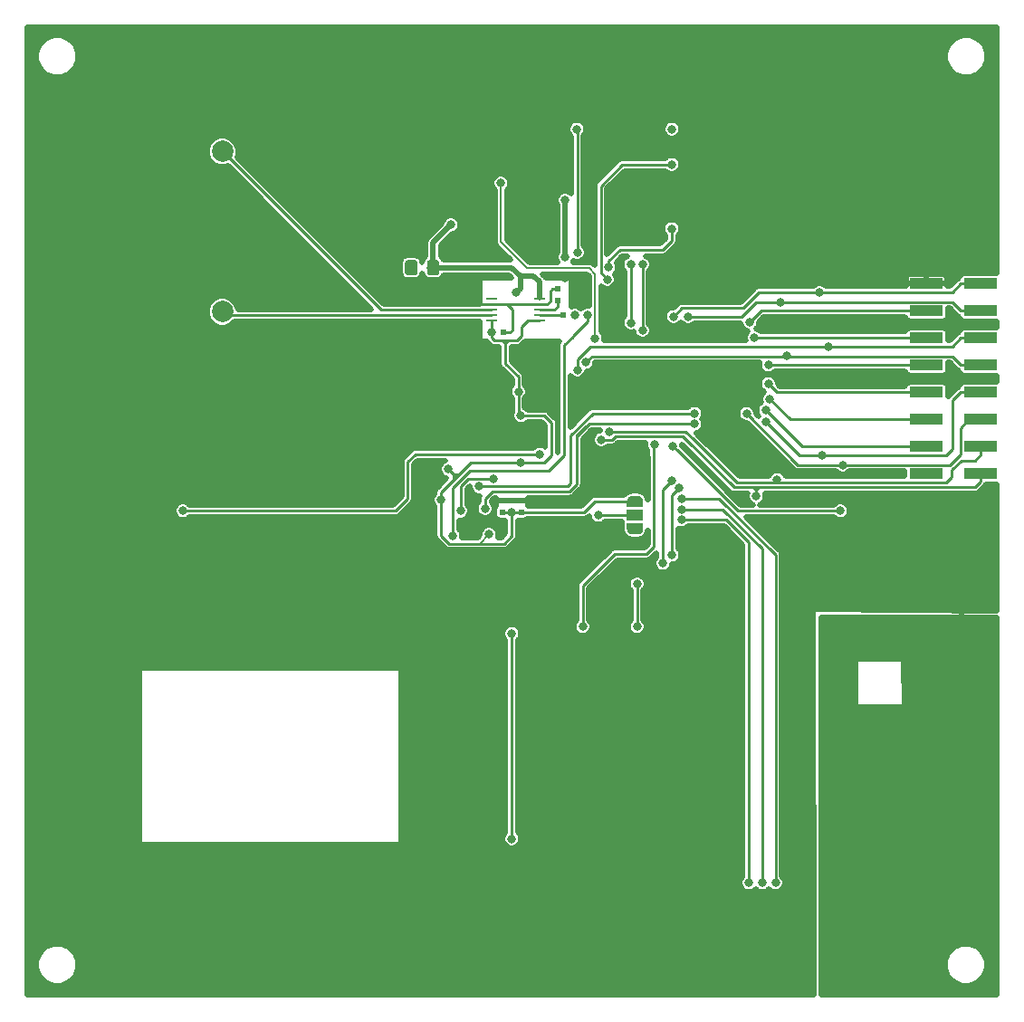
<source format=gbr>
G04 #@! TF.GenerationSoftware,KiCad,Pcbnew,(5.0.0)*
G04 #@! TF.CreationDate,2020-04-06T18:27:32+02:00*
G04 #@! TF.ProjectId,MainBoard,4D61696E426F6172642E6B696361645F,rev?*
G04 #@! TF.SameCoordinates,Original*
G04 #@! TF.FileFunction,Copper,L1,Top,Signal*
G04 #@! TF.FilePolarity,Positive*
%FSLAX46Y46*%
G04 Gerber Fmt 4.6, Leading zero omitted, Abs format (unit mm)*
G04 Created by KiCad (PCBNEW (5.0.0)) date 04/06/20 18:27:32*
%MOMM*%
%LPD*%
G01*
G04 APERTURE LIST*
G04 #@! TA.AperFunction,SMDPad,CuDef*
%ADD10R,3.150000X1.000000*%
G04 #@! TD*
G04 #@! TA.AperFunction,SMDPad,CuDef*
%ADD11R,1.000760X0.269240*%
G04 #@! TD*
G04 #@! TA.AperFunction,ComponentPad*
%ADD12C,2.000000*%
G04 #@! TD*
G04 #@! TA.AperFunction,SMDPad,CuDef*
%ADD13R,0.600000X0.500000*%
G04 #@! TD*
G04 #@! TA.AperFunction,SMDPad,CuDef*
%ADD14R,0.500000X0.600000*%
G04 #@! TD*
G04 #@! TA.AperFunction,SMDPad,CuDef*
%ADD15C,0.500000*%
G04 #@! TD*
G04 #@! TA.AperFunction,Conductor*
%ADD16C,0.100000*%
G04 #@! TD*
G04 #@! TA.AperFunction,SMDPad,CuDef*
%ADD17R,1.500000X1.000000*%
G04 #@! TD*
G04 #@! TA.AperFunction,SMDPad,CuDef*
%ADD18C,1.150000*%
G04 #@! TD*
G04 #@! TA.AperFunction,ViaPad*
%ADD19C,0.800000*%
G04 #@! TD*
G04 #@! TA.AperFunction,Conductor*
%ADD20C,0.250000*%
G04 #@! TD*
G04 #@! TA.AperFunction,Conductor*
%ADD21C,0.200000*%
G04 #@! TD*
G04 #@! TA.AperFunction,Conductor*
%ADD22C,0.500000*%
G04 #@! TD*
G04 #@! TA.AperFunction,Conductor*
%ADD23C,0.260000*%
G04 #@! TD*
G04 APERTURE END LIST*
D10*
G04 #@! TO.P,P2,1*
G04 #@! TO.N,GND*
X187213000Y-76123800D03*
G04 #@! TO.P,P2,2*
G04 #@! TO.N,/DisplayBoard/SCL2*
X192263000Y-76123800D03*
G04 #@! TO.P,P2,3*
G04 #@! TO.N,/DisplayBoard/DATA_IN*
X187213000Y-78663800D03*
G04 #@! TO.P,P2,4*
G04 #@! TO.N,/DisplayBoard/SDA2*
X192263000Y-78663800D03*
G04 #@! TO.P,P2,5*
G04 #@! TO.N,/MainBoard/OE*
X187213000Y-81203800D03*
G04 #@! TO.P,P2,6*
G04 #@! TO.N,/DisplayBoard/SCL3*
X192263000Y-81203800D03*
G04 #@! TO.P,P2,7*
G04 #@! TO.N,/DisplayBoard/LATCH*
X187213000Y-83743800D03*
G04 #@! TO.P,P2,8*
G04 #@! TO.N,/DisplayBoard/SDA3*
X192263000Y-83743800D03*
G04 #@! TO.P,P2,9*
G04 #@! TO.N,/MainBoard/CLOCK*
X187213000Y-86283800D03*
G04 #@! TO.P,P2,10*
G04 #@! TO.N,/DisplayBoard/SCL1*
X192263000Y-86283800D03*
G04 #@! TO.P,P2,11*
G04 #@! TO.N,/MainBoard/RESET*
X187213000Y-88823800D03*
G04 #@! TO.P,P2,12*
G04 #@! TO.N,/DisplayBoard/SDA1*
X192263000Y-88823800D03*
G04 #@! TO.P,P2,13*
G04 #@! TO.N,/MainBoard/RST*
X187213000Y-91363800D03*
G04 #@! TO.P,P2,14*
G04 #@! TO.N,/DisplayBoard/SCL4*
X192263000Y-91363800D03*
G04 #@! TO.P,P2,15*
G04 #@! TO.N,+3V3*
X187213000Y-93903800D03*
G04 #@! TO.P,P2,16*
G04 #@! TO.N,/DisplayBoard/SDA4*
X192263000Y-93903800D03*
G04 #@! TD*
D11*
G04 #@! TO.P,U11,1*
G04 #@! TO.N,+3V3*
X150997500Y-79591000D03*
G04 #@! TO.P,U11,2*
G04 #@! TO.N,Net-(C12-Pad1)*
X150997500Y-79083000D03*
G04 #@! TO.P,U11,3*
G04 #@! TO.N,Net-(C13-Pad2)*
X150997500Y-78575000D03*
G04 #@! TO.P,U11,4*
G04 #@! TO.N,GND*
X150997500Y-78067000D03*
G04 #@! TO.P,U11,5*
G04 #@! TO.N,+3V3*
X150997500Y-77559000D03*
G04 #@! TO.P,U11,6*
G04 #@! TO.N,Net-(U11-Pad6)*
X146552500Y-77559000D03*
G04 #@! TO.P,U11,7*
G04 #@! TO.N,GND*
X146552500Y-78067000D03*
G04 #@! TO.P,U11,8*
G04 #@! TO.N,Net-(LS1-Pad1)*
X146552500Y-78575000D03*
G04 #@! TO.P,U11,9*
G04 #@! TO.N,Net-(LS1-Pad2)*
X146552500Y-79083000D03*
G04 #@! TO.P,U11,10*
G04 #@! TO.N,+3V3*
X146552500Y-79591000D03*
G04 #@! TD*
D12*
G04 #@! TO.P,LS1,1*
G04 #@! TO.N,Net-(LS1-Pad1)*
X121375000Y-63750000D03*
G04 #@! TO.P,LS1,2*
G04 #@! TO.N,Net-(LS1-Pad2)*
X121375000Y-78750000D03*
G04 #@! TD*
D13*
G04 #@! TO.P,C12,2*
G04 #@! TO.N,Net-(C12-Pad2)*
X154300000Y-79075000D03*
G04 #@! TO.P,C12,1*
G04 #@! TO.N,Net-(C12-Pad1)*
X153200000Y-79075000D03*
G04 #@! TD*
D14*
G04 #@! TO.P,C13,1*
G04 #@! TO.N,GND*
X152750000Y-76600000D03*
G04 #@! TO.P,C13,2*
G04 #@! TO.N,Net-(C13-Pad2)*
X152750000Y-77700000D03*
G04 #@! TD*
D13*
G04 #@! TO.P,C21,2*
G04 #@! TO.N,+3V3*
X146550000Y-80700000D03*
G04 #@! TO.P,C21,1*
G04 #@! TO.N,GND*
X147650000Y-80700000D03*
G04 #@! TD*
D14*
G04 #@! TO.P,C29,1*
G04 #@! TO.N,GND*
X148430000Y-96400000D03*
G04 #@! TO.P,C29,2*
G04 #@! TO.N,+3V3*
X148430000Y-97500000D03*
G04 #@! TD*
G04 #@! TO.P,C30,2*
G04 #@! TO.N,+3V3*
X147530000Y-97500000D03*
G04 #@! TO.P,C30,1*
G04 #@! TO.N,GND*
X147530000Y-96400000D03*
G04 #@! TD*
G04 #@! TO.P,C31,1*
G04 #@! TO.N,GND*
X149330000Y-96400000D03*
G04 #@! TO.P,C31,2*
G04 #@! TO.N,+3V3*
X149330000Y-97500000D03*
G04 #@! TD*
D15*
G04 #@! TO.P,JP1,1*
G04 #@! TO.N,GND*
X159950000Y-99075000D03*
D16*
G04 #@! TD*
G04 #@! TO.N,GND*
G04 #@! TO.C,JP1*
G36*
X160700000Y-98525000D02*
X160700000Y-99075000D01*
X160699398Y-99075000D01*
X160699398Y-99099534D01*
X160694588Y-99148365D01*
X160685016Y-99196490D01*
X160670772Y-99243445D01*
X160651995Y-99288778D01*
X160628864Y-99332051D01*
X160601604Y-99372850D01*
X160570476Y-99410779D01*
X160535779Y-99445476D01*
X160497850Y-99476604D01*
X160457051Y-99503864D01*
X160413778Y-99526995D01*
X160368445Y-99545772D01*
X160321490Y-99560016D01*
X160273365Y-99569588D01*
X160224534Y-99574398D01*
X160200000Y-99574398D01*
X160200000Y-99575000D01*
X159700000Y-99575000D01*
X159700000Y-99574398D01*
X159675466Y-99574398D01*
X159626635Y-99569588D01*
X159578510Y-99560016D01*
X159531555Y-99545772D01*
X159486222Y-99526995D01*
X159442949Y-99503864D01*
X159402150Y-99476604D01*
X159364221Y-99445476D01*
X159329524Y-99410779D01*
X159298396Y-99372850D01*
X159271136Y-99332051D01*
X159248005Y-99288778D01*
X159229228Y-99243445D01*
X159214984Y-99196490D01*
X159205412Y-99148365D01*
X159200602Y-99099534D01*
X159200602Y-99075000D01*
X159200000Y-99075000D01*
X159200000Y-98525000D01*
X160700000Y-98525000D01*
X160700000Y-98525000D01*
G37*
D15*
G04 #@! TO.P,JP1,3*
G04 #@! TO.N,+3V3*
X159950000Y-96475000D03*
D16*
G04 #@! TD*
G04 #@! TO.N,+3V3*
G04 #@! TO.C,JP1*
G36*
X159200602Y-96475000D02*
X159200602Y-96450466D01*
X159205412Y-96401635D01*
X159214984Y-96353510D01*
X159229228Y-96306555D01*
X159248005Y-96261222D01*
X159271136Y-96217949D01*
X159298396Y-96177150D01*
X159329524Y-96139221D01*
X159364221Y-96104524D01*
X159402150Y-96073396D01*
X159442949Y-96046136D01*
X159486222Y-96023005D01*
X159531555Y-96004228D01*
X159578510Y-95989984D01*
X159626635Y-95980412D01*
X159675466Y-95975602D01*
X159700000Y-95975602D01*
X159700000Y-95975000D01*
X160200000Y-95975000D01*
X160200000Y-95975602D01*
X160224534Y-95975602D01*
X160273365Y-95980412D01*
X160321490Y-95989984D01*
X160368445Y-96004228D01*
X160413778Y-96023005D01*
X160457051Y-96046136D01*
X160497850Y-96073396D01*
X160535779Y-96104524D01*
X160570476Y-96139221D01*
X160601604Y-96177150D01*
X160628864Y-96217949D01*
X160651995Y-96261222D01*
X160670772Y-96306555D01*
X160685016Y-96353510D01*
X160694588Y-96401635D01*
X160699398Y-96450466D01*
X160699398Y-96475000D01*
X160700000Y-96475000D01*
X160700000Y-97025000D01*
X159200000Y-97025000D01*
X159200000Y-96475000D01*
X159200602Y-96475000D01*
X159200602Y-96475000D01*
G37*
D17*
G04 #@! TO.P,JP1,2*
G04 #@! TO.N,Net-(JP1-Pad2)*
X159950000Y-97775000D03*
G04 #@! TD*
D16*
G04 #@! TO.N,NRST*
G04 #@! TO.C,R105*
G36*
X139374505Y-73926204D02*
X139398773Y-73929804D01*
X139422572Y-73935765D01*
X139445671Y-73944030D01*
X139467850Y-73954520D01*
X139488893Y-73967132D01*
X139508599Y-73981747D01*
X139526777Y-73998223D01*
X139543253Y-74016401D01*
X139557868Y-74036107D01*
X139570480Y-74057150D01*
X139580970Y-74079329D01*
X139589235Y-74102428D01*
X139595196Y-74126227D01*
X139598796Y-74150495D01*
X139600000Y-74174999D01*
X139600000Y-75075001D01*
X139598796Y-75099505D01*
X139595196Y-75123773D01*
X139589235Y-75147572D01*
X139580970Y-75170671D01*
X139570480Y-75192850D01*
X139557868Y-75213893D01*
X139543253Y-75233599D01*
X139526777Y-75251777D01*
X139508599Y-75268253D01*
X139488893Y-75282868D01*
X139467850Y-75295480D01*
X139445671Y-75305970D01*
X139422572Y-75314235D01*
X139398773Y-75320196D01*
X139374505Y-75323796D01*
X139350001Y-75325000D01*
X138699999Y-75325000D01*
X138675495Y-75323796D01*
X138651227Y-75320196D01*
X138627428Y-75314235D01*
X138604329Y-75305970D01*
X138582150Y-75295480D01*
X138561107Y-75282868D01*
X138541401Y-75268253D01*
X138523223Y-75251777D01*
X138506747Y-75233599D01*
X138492132Y-75213893D01*
X138479520Y-75192850D01*
X138469030Y-75170671D01*
X138460765Y-75147572D01*
X138454804Y-75123773D01*
X138451204Y-75099505D01*
X138450000Y-75075001D01*
X138450000Y-74174999D01*
X138451204Y-74150495D01*
X138454804Y-74126227D01*
X138460765Y-74102428D01*
X138469030Y-74079329D01*
X138479520Y-74057150D01*
X138492132Y-74036107D01*
X138506747Y-74016401D01*
X138523223Y-73998223D01*
X138541401Y-73981747D01*
X138561107Y-73967132D01*
X138582150Y-73954520D01*
X138604329Y-73944030D01*
X138627428Y-73935765D01*
X138651227Y-73929804D01*
X138675495Y-73926204D01*
X138699999Y-73925000D01*
X139350001Y-73925000D01*
X139374505Y-73926204D01*
X139374505Y-73926204D01*
G37*
D18*
G04 #@! TD*
G04 #@! TO.P,R105,2*
G04 #@! TO.N,NRST*
X139025000Y-74625000D03*
D16*
G04 #@! TO.N,+3V3*
G04 #@! TO.C,R105*
G36*
X141424505Y-73926204D02*
X141448773Y-73929804D01*
X141472572Y-73935765D01*
X141495671Y-73944030D01*
X141517850Y-73954520D01*
X141538893Y-73967132D01*
X141558599Y-73981747D01*
X141576777Y-73998223D01*
X141593253Y-74016401D01*
X141607868Y-74036107D01*
X141620480Y-74057150D01*
X141630970Y-74079329D01*
X141639235Y-74102428D01*
X141645196Y-74126227D01*
X141648796Y-74150495D01*
X141650000Y-74174999D01*
X141650000Y-75075001D01*
X141648796Y-75099505D01*
X141645196Y-75123773D01*
X141639235Y-75147572D01*
X141630970Y-75170671D01*
X141620480Y-75192850D01*
X141607868Y-75213893D01*
X141593253Y-75233599D01*
X141576777Y-75251777D01*
X141558599Y-75268253D01*
X141538893Y-75282868D01*
X141517850Y-75295480D01*
X141495671Y-75305970D01*
X141472572Y-75314235D01*
X141448773Y-75320196D01*
X141424505Y-75323796D01*
X141400001Y-75325000D01*
X140749999Y-75325000D01*
X140725495Y-75323796D01*
X140701227Y-75320196D01*
X140677428Y-75314235D01*
X140654329Y-75305970D01*
X140632150Y-75295480D01*
X140611107Y-75282868D01*
X140591401Y-75268253D01*
X140573223Y-75251777D01*
X140556747Y-75233599D01*
X140542132Y-75213893D01*
X140529520Y-75192850D01*
X140519030Y-75170671D01*
X140510765Y-75147572D01*
X140504804Y-75123773D01*
X140501204Y-75099505D01*
X140500000Y-75075001D01*
X140500000Y-74174999D01*
X140501204Y-74150495D01*
X140504804Y-74126227D01*
X140510765Y-74102428D01*
X140519030Y-74079329D01*
X140529520Y-74057150D01*
X140542132Y-74036107D01*
X140556747Y-74016401D01*
X140573223Y-73998223D01*
X140591401Y-73981747D01*
X140611107Y-73967132D01*
X140632150Y-73954520D01*
X140654329Y-73944030D01*
X140677428Y-73935765D01*
X140701227Y-73929804D01*
X140725495Y-73926204D01*
X140749999Y-73925000D01*
X141400001Y-73925000D01*
X141424505Y-73926204D01*
X141424505Y-73926204D01*
G37*
D18*
G04 #@! TD*
G04 #@! TO.P,R105,1*
G04 #@! TO.N,+3V3*
X141075000Y-74625000D03*
D19*
G04 #@! TO.N,GND*
X148150000Y-70125000D03*
G04 #@! TO.N,+3V3*
X188214000Y-93903800D03*
X186182000Y-93903800D03*
X148430000Y-97500000D03*
X146550000Y-80700000D03*
X149050000Y-86225000D03*
X149275000Y-88475000D03*
X149275000Y-92870000D03*
X141810000Y-96350000D03*
X146304000Y-99568000D03*
X187213000Y-93903800D03*
X142494000Y-93472000D03*
X142748000Y-70612000D03*
X148844000Y-76962000D03*
X153416000Y-73660000D03*
X153416000Y-68326000D03*
G04 #@! TO.N,/DisplayBoard/SDA1*
X170403209Y-88278514D03*
X179375000Y-93078799D03*
G04 #@! TO.N,/DisplayBoard/SCL1*
X172200000Y-89050000D03*
X177425000Y-92175000D03*
G04 #@! TO.N,/DisplayBoard/SDA2*
X164950000Y-79200000D03*
X173550000Y-77838799D03*
G04 #@! TO.N,/DisplayBoard/SCL2*
X163550000Y-79200000D03*
X177225000Y-76948801D03*
G04 #@! TO.N,/DisplayBoard/SDA3*
X155375000Y-83475000D03*
X174150000Y-82900000D03*
G04 #@! TO.N,/DisplayBoard/SCL3*
X154552806Y-84200000D03*
X178050000Y-82025000D03*
G04 #@! TO.N,/DisplayBoard/SDA4*
X171300000Y-96000000D03*
X156800000Y-90726115D03*
G04 #@! TO.N,GND*
X138938000Y-70104000D03*
X157110000Y-86850000D03*
X183490000Y-121630000D03*
X183480000Y-122940000D03*
X182186178Y-121640000D03*
X182181586Y-122930000D03*
X179716382Y-108882704D03*
X181853882Y-129307704D03*
X182278882Y-132082704D03*
X182910000Y-135400000D03*
X184830000Y-120290000D03*
X180830000Y-120270000D03*
X180820000Y-124290000D03*
X162490000Y-84050000D03*
X162530000Y-80510000D03*
X149720000Y-81810000D03*
X162122460Y-70974740D03*
X162480000Y-74640000D03*
X157030000Y-99980000D03*
X159950000Y-99075000D03*
X168910000Y-91694000D03*
X169825000Y-93475000D03*
X169672000Y-96012000D03*
X157734000Y-94996000D03*
X155448000Y-90678000D03*
X159258000Y-91225000D03*
X159004000Y-67564000D03*
X155702000Y-68326000D03*
X127508000Y-130810000D03*
X156972000Y-104140000D03*
X167894000Y-76708000D03*
X172720000Y-79756000D03*
X153425000Y-75605000D03*
X145250000Y-99550000D03*
X146558000Y-82296000D03*
X152400000Y-70612000D03*
X151700000Y-75400000D03*
X152575000Y-96450000D03*
X153950000Y-96450000D03*
X152575000Y-98575000D03*
X153950000Y-98575000D03*
X149850000Y-70125000D03*
X148150000Y-71675000D03*
X149850000Y-71675000D03*
X146400000Y-70075000D03*
X146400000Y-71650000D03*
X145000000Y-71650000D03*
X145000000Y-70050000D03*
X168925000Y-90700000D03*
X169850000Y-91675000D03*
X173240000Y-70475000D03*
X179175000Y-96127250D03*
X146175000Y-66725000D03*
X149681250Y-128050000D03*
X117675000Y-98627250D03*
X187213000Y-76123800D03*
G04 #@! TO.N,/DisplayBoard/SCL4*
X173250000Y-94453811D03*
X157525000Y-89950000D03*
G04 #@! TO.N,NRST*
X139025000Y-74625000D03*
X155070000Y-108194000D03*
X161750000Y-91125010D03*
G04 #@! TO.N,Net-(C12-Pad2)*
X154300000Y-79075000D03*
G04 #@! TO.N,/MainBoard/SPI1_SCK*
X155525000Y-79075000D03*
X142920000Y-99710000D03*
G04 #@! TO.N,/MainBoard/IO3*
X154550000Y-73200000D03*
X154505000Y-61675000D03*
G04 #@! TO.N,/MainBoard/IO2*
X163392460Y-70974740D03*
X157477347Y-74575000D03*
G04 #@! TO.N,/MainBoard/IO1*
X157358826Y-75718826D03*
X163392460Y-64975260D03*
X163395000Y-61675000D03*
G04 #@! TO.N,/MainBoard/OE*
X171125000Y-81175000D03*
G04 #@! TO.N,/MainBoard/RESET*
X172575000Y-86925000D03*
G04 #@! TO.N,/MainBoard/RST*
X172175000Y-87950000D03*
G04 #@! TO.N,/DisplayBoard/DATA_IN*
X170675000Y-79725000D03*
G04 #@! TO.N,/MainBoard/CLOCK*
X172425000Y-85475000D03*
G04 #@! TO.N,/DisplayBoard/LATCH*
X172425000Y-83725000D03*
G04 #@! TO.N,/MainBoard/SPI1_CS3*
X143660000Y-97380000D03*
X146700010Y-94369990D03*
G04 #@! TO.N,/MainBoard/SPI1_MISO*
X165525000Y-88249997D03*
X145370000Y-95094990D03*
G04 #@! TO.N,/MainBoard/SPI1_MOSI*
X145940000Y-97160000D03*
X165525000Y-89250000D03*
G04 #@! TO.N,/MainBoard/TDO*
X160150000Y-104200000D03*
X160150000Y-108194000D03*
G04 #@! TO.N,AUX_1*
X164300000Y-96224360D03*
G04 #@! TO.N,AUX_2*
X164300000Y-97224363D03*
G04 #@! TO.N,AUX_3*
X164300000Y-98224366D03*
G04 #@! TO.N,Net-(JP1-Pad2)*
X156525000Y-97775000D03*
G04 #@! TO.N,ESP_RX*
X164075000Y-95250000D03*
X163400000Y-101500000D03*
G04 #@! TO.N,ESP_TX*
X162550000Y-102275000D03*
X163381890Y-94529166D03*
G04 #@! TO.N,Net-(P9-Pad2)*
X160650000Y-74320000D03*
X160650000Y-80490000D03*
G04 #@! TO.N,Net-(P9-Pad3)*
X159580000Y-74320000D03*
X159580000Y-79780000D03*
G04 #@! TO.N,BUTTON1*
X163500000Y-91290000D03*
X179175000Y-97377250D03*
G04 #@! TO.N,BUTTON2*
X148431250Y-128050000D03*
X148431250Y-108849990D03*
G04 #@! TO.N,BUTTON3*
X147425000Y-66725000D03*
X156230000Y-81230001D03*
G04 #@! TO.N,BUTTON4*
X151050000Y-92080000D03*
X117675000Y-97377250D03*
G04 #@! TO.N,AUX_1*
X173100000Y-132175000D03*
G04 #@! TO.N,AUX_2*
X171850000Y-132175000D03*
G04 #@! TO.N,AUX_3*
X170600000Y-132175000D03*
G04 #@! TD*
D20*
G04 #@! TO.N,+3V3*
X146550000Y-79593500D02*
X146552500Y-79591000D01*
X146550000Y-80700000D02*
X146550000Y-79593500D01*
X147530000Y-97500000D02*
X148430000Y-97500000D01*
X148430000Y-97500000D02*
X149330000Y-97500000D01*
X146550000Y-81200000D02*
X146800000Y-81450000D01*
X146550000Y-80700000D02*
X146550000Y-81200000D01*
X148900000Y-81450000D02*
X149380000Y-80970000D01*
X149380000Y-80970000D02*
X149380000Y-80160000D01*
X149949000Y-79591000D02*
X150997500Y-79591000D01*
X149380000Y-80160000D02*
X149949000Y-79591000D01*
X150997500Y-75927500D02*
X150997500Y-77559000D01*
X149050000Y-88250000D02*
X149275000Y-88475000D01*
X149050000Y-86225000D02*
X149050000Y-88250000D01*
X149275000Y-92870000D02*
X151478000Y-92870000D01*
X151478000Y-92870000D02*
X152146000Y-92202000D01*
X152146000Y-92202000D02*
X152146000Y-89154000D01*
X151467000Y-88475000D02*
X149275000Y-88475000D01*
X152146000Y-89154000D02*
X151467000Y-88475000D01*
X148709315Y-92870000D02*
X149275000Y-92870000D01*
X144588395Y-92870000D02*
X148709315Y-92870000D01*
X141810000Y-96350000D02*
X141810000Y-95648395D01*
X141810000Y-96350000D02*
X141810000Y-99673002D01*
X141810000Y-99673002D02*
X142571999Y-100435001D01*
X148430000Y-99728000D02*
X148430000Y-97500000D01*
X147722999Y-100435001D02*
X148430000Y-99728000D01*
D21*
X145288000Y-100435001D02*
X145944999Y-100435001D01*
D20*
X145288000Y-100435001D02*
X147722999Y-100435001D01*
D21*
X145436999Y-100435001D02*
X144780000Y-100435001D01*
X146304000Y-99568000D02*
X145436999Y-100435001D01*
D20*
X142571999Y-100435001D02*
X144780000Y-100435001D01*
X144780000Y-100435001D02*
X145288000Y-100435001D01*
X147828000Y-83614000D02*
X149050000Y-84836000D01*
X149050000Y-84836000D02*
X149050000Y-86225000D01*
X147828000Y-81704000D02*
X148082000Y-81450000D01*
X147828000Y-81788000D02*
X147828000Y-81704000D01*
X148082000Y-81450000D02*
X148900000Y-81450000D01*
X147828000Y-81450000D02*
X148082000Y-81450000D01*
X147828000Y-81788000D02*
X147828000Y-83614000D01*
X147828000Y-81450000D02*
X147828000Y-81788000D01*
X147828000Y-81704000D02*
X147574000Y-81450000D01*
X146800000Y-81450000D02*
X147574000Y-81450000D01*
X147574000Y-81450000D02*
X147828000Y-81450000D01*
X143256000Y-94202395D02*
X143224395Y-94202395D01*
X143002000Y-93980000D02*
X143478395Y-93980000D01*
X143478395Y-93980000D02*
X144588395Y-92870000D01*
X143256000Y-94202395D02*
X143478395Y-93980000D01*
X143002000Y-93980000D02*
X142494000Y-93472000D01*
X143224395Y-94202395D02*
X143002000Y-93980000D01*
X143002000Y-93980000D02*
X143002000Y-94456395D01*
X141810000Y-95648395D02*
X143002000Y-94456395D01*
X143002000Y-94456395D02*
X143256000Y-94202395D01*
D22*
X141075000Y-74625000D02*
X141075000Y-72285000D01*
X141075000Y-72285000D02*
X142748000Y-70612000D01*
X148448120Y-74625000D02*
X149233120Y-75410000D01*
X141075000Y-74625000D02*
X148448120Y-74625000D01*
X150480000Y-75410000D02*
X150997500Y-75927500D01*
X149233120Y-75410000D02*
X150480000Y-75410000D01*
X150997500Y-75927500D02*
X150997500Y-77482379D01*
X149233120Y-75410000D02*
X149233120Y-76572880D01*
X149233120Y-76572880D02*
X148844000Y-76962000D01*
X153416000Y-73660000D02*
X153416000Y-68326000D01*
D20*
X159102408Y-96475000D02*
X159950000Y-96475000D01*
X159092407Y-96464999D02*
X159102408Y-96475000D01*
X159082406Y-96475000D02*
X159092407Y-96464999D01*
X156225000Y-96475000D02*
X159082406Y-96475000D01*
X155200000Y-97500000D02*
X156225000Y-96475000D01*
X149330000Y-97500000D02*
X155200000Y-97500000D01*
G04 #@! TO.N,/DisplayBoard/SDA1*
X191188000Y-88823800D02*
X190362999Y-89648801D01*
X192263000Y-88823800D02*
X191188000Y-88823800D01*
X190362999Y-89648801D02*
X190362999Y-92123801D01*
X190362999Y-92123801D02*
X189408001Y-93078799D01*
X170403209Y-88278514D02*
X175203494Y-93078799D01*
X189408001Y-93078799D02*
X184450000Y-93078799D01*
X184450000Y-93078799D02*
X184096201Y-93078799D01*
X175203494Y-93078799D02*
X179375000Y-93078799D01*
X179375000Y-93078799D02*
X184450000Y-93078799D01*
G04 #@! TO.N,/DisplayBoard/SCL1*
X190438000Y-86283800D02*
X189675000Y-87046800D01*
X192263000Y-86283800D02*
X190438000Y-86283800D01*
X189675000Y-87046800D02*
X189675000Y-89021802D01*
X189675000Y-89021802D02*
X189675000Y-91200000D01*
X189048001Y-92188801D02*
X185313801Y-92188801D01*
X189675000Y-91200000D02*
X189675000Y-91561802D01*
X189675000Y-91561802D02*
X189048001Y-92188801D01*
X185313801Y-92188801D02*
X175338801Y-92188801D01*
X175338801Y-92188801D02*
X172200000Y-89050000D01*
G04 #@! TO.N,/DisplayBoard/SDA2*
X171261201Y-77838799D02*
X169900000Y-79200000D01*
X169900000Y-79200000D02*
X164950000Y-79200000D01*
X173550000Y-77838799D02*
X171261201Y-77838799D01*
X190438000Y-78663800D02*
X192263000Y-78663800D01*
X189612999Y-77838799D02*
X190438000Y-78663800D01*
X173550000Y-77838799D02*
X189612999Y-77838799D01*
G04 #@! TO.N,/DisplayBoard/SCL2*
X189612999Y-76948801D02*
X184923801Y-76948801D01*
X192263000Y-76123800D02*
X190438000Y-76123800D01*
X190438000Y-76123800D02*
X189612999Y-76948801D01*
X170053973Y-78409617D02*
X170575000Y-77888590D01*
X164340383Y-78409617D02*
X170053973Y-78409617D01*
X163550000Y-79200000D02*
X164340383Y-78409617D01*
X171514789Y-76948801D02*
X170575000Y-77888590D01*
X184923801Y-76948801D02*
X177225000Y-76948801D01*
X177225000Y-76948801D02*
X171514789Y-76948801D01*
G04 #@! TO.N,/DisplayBoard/SDA3*
X189612999Y-82918799D02*
X184531201Y-82918799D01*
X192263000Y-83743800D02*
X190438000Y-83743800D01*
X190438000Y-83743800D02*
X189612999Y-82918799D01*
X184531201Y-82918799D02*
X155931201Y-82918799D01*
X155931201Y-82918799D02*
X155375000Y-83475000D01*
G04 #@! TO.N,/DisplayBoard/SCL3*
X190438000Y-81203800D02*
X189612999Y-82028801D01*
X192263000Y-81203800D02*
X190438000Y-81203800D01*
X154552806Y-83224192D02*
X155751998Y-82025000D01*
X154552806Y-84200000D02*
X154552806Y-83224192D01*
X184346199Y-82025000D02*
X184350000Y-82028801D01*
X189612999Y-82028801D02*
X184350000Y-82028801D01*
X184350000Y-82028801D02*
X184103801Y-82028801D01*
X155751998Y-82025000D02*
X178050000Y-82025000D01*
X178050000Y-82025000D02*
X184346199Y-82025000D01*
G04 #@! TO.N,/DisplayBoard/SDA4*
X191737989Y-95178811D02*
X189234401Y-95178811D01*
X192263000Y-93903800D02*
X192263000Y-94653800D01*
X192263000Y-94653800D02*
X191737989Y-95178811D01*
X171300000Y-95434315D02*
X171300000Y-95178811D01*
X171300000Y-96000000D02*
X171300000Y-95434315D01*
X171300000Y-95428811D02*
X171550000Y-95178811D01*
X171300000Y-95434315D02*
X171300000Y-95428811D01*
X189234401Y-95178811D02*
X171550000Y-95178811D01*
X171550000Y-95178811D02*
X171300000Y-95178811D01*
X171280504Y-95434315D02*
X171025000Y-95178811D01*
X171300000Y-95434315D02*
X171280504Y-95434315D01*
X171300000Y-95178811D02*
X171025000Y-95178811D01*
X169203811Y-95178811D02*
X164750010Y-90725010D01*
X170025000Y-95178811D02*
X169203811Y-95178811D01*
X171025000Y-95178811D02*
X170025000Y-95178811D01*
X157365685Y-90726115D02*
X157366790Y-90725010D01*
X164750010Y-90725010D02*
X164425010Y-90400010D01*
X157365685Y-90726115D02*
X156800000Y-90726115D01*
X157821887Y-90726115D02*
X157365685Y-90726115D01*
X158147992Y-90400010D02*
X157821887Y-90726115D01*
X164425010Y-90400010D02*
X158147992Y-90400010D01*
G04 #@! TO.N,GND*
X146552500Y-78067000D02*
X147973000Y-78067000D01*
X147973000Y-78067000D02*
X148490000Y-78584000D01*
X148490000Y-78584000D02*
X148490000Y-80480000D01*
X148270000Y-80700000D02*
X147650000Y-80700000D01*
X148490000Y-80480000D02*
X148270000Y-80700000D01*
X147973000Y-78067000D02*
X149490000Y-78067000D01*
X149007000Y-78067000D02*
X149490000Y-78067000D01*
X149490000Y-78067000D02*
X150997500Y-78067000D01*
X146552500Y-78067000D02*
X144447000Y-78067000D01*
X144447000Y-78067000D02*
X144210000Y-77830000D01*
X152250000Y-76600000D02*
X152750000Y-76600000D01*
X152020000Y-76830000D02*
X152250000Y-76600000D01*
X152020000Y-77794880D02*
X152020000Y-76830000D01*
X151747880Y-78067000D02*
X152020000Y-77794880D01*
X150997500Y-78067000D02*
X151747880Y-78067000D01*
D22*
X190500000Y-107442000D02*
X190500000Y-105410000D01*
X147530000Y-96400000D02*
X148430000Y-96400000D01*
X149330000Y-96400000D02*
X148430000Y-96400000D01*
D20*
G04 #@! TO.N,/DisplayBoard/SCL4*
X192263000Y-92113800D02*
X191726800Y-92650000D01*
X192263000Y-91363800D02*
X192263000Y-92113800D01*
X190473210Y-92650000D02*
X189650000Y-93473210D01*
X191726800Y-92650000D02*
X190473210Y-92650000D01*
X189048001Y-94728801D02*
X179028801Y-94728801D01*
X189594402Y-94182400D02*
X189048001Y-94728801D01*
X189650000Y-93473210D02*
X189594402Y-93528808D01*
X189594402Y-93528808D02*
X189594402Y-94182400D01*
X173524990Y-94728801D02*
X173675000Y-94728801D01*
X173250000Y-94453811D02*
X173524990Y-94728801D01*
X179028801Y-94728801D02*
X173675000Y-94728801D01*
X172975010Y-94728801D02*
X172850000Y-94728801D01*
X173250000Y-94453811D02*
X172975010Y-94728801D01*
X173675000Y-94728801D02*
X172850000Y-94728801D01*
X169475000Y-94728801D02*
X172850000Y-94728801D01*
X165300000Y-90553801D02*
X169475000Y-94728801D01*
X165300000Y-90550000D02*
X165300000Y-90553801D01*
X164700000Y-89950000D02*
X165300000Y-90550000D01*
X157525000Y-89950000D02*
X164700000Y-89950000D01*
G04 #@! TO.N,NRST*
X161724999Y-100725001D02*
X161050000Y-101400000D01*
X161719999Y-92235000D02*
X161724999Y-92240000D01*
X161719999Y-91669999D02*
X161719999Y-92235000D01*
X161724999Y-91850009D02*
X161724999Y-92240000D01*
X161724999Y-92240000D02*
X161724999Y-100725001D01*
X155070000Y-108194000D02*
X155070000Y-104380000D01*
X158050000Y-101400000D02*
X160175000Y-101400000D01*
X155070000Y-104380000D02*
X158050000Y-101400000D01*
X161050000Y-101400000D02*
X160175000Y-101400000D01*
X160175000Y-101400000D02*
X160000000Y-101400000D01*
X161719999Y-91669999D02*
X161719999Y-91155011D01*
X161719999Y-91155011D02*
X161750000Y-91125010D01*
G04 #@! TO.N,/MainBoard/SPI1_SCK*
X153325000Y-92159315D02*
X153325000Y-81848002D01*
X154125000Y-81040685D02*
X154125000Y-81048002D01*
X155525000Y-79640685D02*
X154125000Y-81040685D01*
X155525000Y-79075000D02*
X155525000Y-79640685D01*
X153325000Y-81848002D02*
X154125000Y-81048002D01*
X154125000Y-81048002D02*
X154198002Y-80975000D01*
D21*
X151210000Y-93600000D02*
X151884315Y-93600000D01*
D20*
X152650000Y-92834315D02*
X153325000Y-92159315D01*
D21*
X144544301Y-93600000D02*
X151210000Y-93600000D01*
D23*
X144501876Y-93600000D02*
X144544301Y-93600000D01*
X142920000Y-95181876D02*
X144501876Y-93600000D01*
X142920000Y-99710000D02*
X142920000Y-95181876D01*
X151884315Y-93600000D02*
X152650000Y-92834315D01*
X144501876Y-93600000D02*
X151884315Y-93600000D01*
D20*
G04 #@! TO.N,/MainBoard/IO3*
X154550000Y-61720000D02*
X154505000Y-61675000D01*
X154550000Y-73200000D02*
X154550000Y-61720000D01*
G04 #@! TO.N,/MainBoard/IO2*
X157477347Y-74009315D02*
X158526662Y-72960000D01*
X157477347Y-74575000D02*
X157477347Y-74009315D01*
X162572460Y-72960000D02*
X163392460Y-72140000D01*
X158526662Y-72960000D02*
X162572460Y-72960000D01*
X163392460Y-72140000D02*
X163392460Y-70974740D01*
G04 #@! TO.N,/MainBoard/IO1*
X157358826Y-75718826D02*
X156752346Y-75112346D01*
X156752346Y-75112346D02*
X156752346Y-66997654D01*
X156752346Y-66997654D02*
X158774740Y-64975260D01*
X158774740Y-64975260D02*
X163392460Y-64975260D01*
G04 #@! TO.N,/MainBoard/OE*
X187184200Y-81175000D02*
X187213000Y-81203800D01*
X171125000Y-81175000D02*
X187184200Y-81175000D01*
G04 #@! TO.N,/MainBoard/RESET*
X174473800Y-88823800D02*
X187213000Y-88823800D01*
X172575000Y-86925000D02*
X174473800Y-88823800D01*
G04 #@! TO.N,/MainBoard/RST*
X175588800Y-91363800D02*
X187213000Y-91363800D01*
X172175000Y-87950000D02*
X175588800Y-91363800D01*
G04 #@! TO.N,/DisplayBoard/DATA_IN*
X187213000Y-78663800D02*
X171736200Y-78663800D01*
X171736200Y-78663800D02*
X170675000Y-79725000D01*
G04 #@! TO.N,/MainBoard/CLOCK*
X187213000Y-86283800D02*
X173233800Y-86283800D01*
X173233800Y-86283800D02*
X172425000Y-85475000D01*
G04 #@! TO.N,/DisplayBoard/LATCH*
X187194200Y-83725000D02*
X187213000Y-83743800D01*
X172425000Y-83725000D02*
X187194200Y-83725000D01*
G04 #@! TO.N,/MainBoard/SPI1_CS3*
X143660000Y-95085356D02*
X143660000Y-97380000D01*
X146700010Y-94369990D02*
X144375366Y-94369990D01*
X144375366Y-94369990D02*
X143660000Y-95085356D01*
G04 #@! TO.N,/MainBoard/SPI1_MISO*
X164959315Y-88249997D02*
X165525000Y-88249997D01*
X155998949Y-88249997D02*
X164959315Y-88249997D01*
X153950000Y-90298946D02*
X155998949Y-88249997D01*
X153950000Y-94770000D02*
X153950000Y-90298946D01*
X153625010Y-95094990D02*
X153810000Y-94910000D01*
X145370000Y-95094990D02*
X153625010Y-95094990D01*
X153810000Y-94910000D02*
X153950000Y-94770000D01*
G04 #@! TO.N,/MainBoard/SPI1_MOSI*
X154500000Y-90385356D02*
X154517678Y-90367678D01*
X145940000Y-97160000D02*
X145940000Y-96205000D01*
X145940000Y-96205000D02*
X146600000Y-95545000D01*
X146600000Y-95545000D02*
X153811411Y-95544999D01*
X153811411Y-95544999D02*
X154500000Y-94856410D01*
D21*
X154517678Y-90367678D02*
X154500000Y-90350000D01*
D20*
X154500000Y-94856410D02*
X154500000Y-90385356D01*
X154500000Y-90385356D02*
X155617678Y-89267678D01*
X155660357Y-89224999D02*
X155617678Y-89267678D01*
X157873001Y-89224999D02*
X155660357Y-89224999D01*
X155660357Y-89224999D02*
X155472336Y-89413020D01*
D21*
X155617678Y-89267678D02*
X155472336Y-89413020D01*
X155472336Y-89413020D02*
X154500000Y-90350000D01*
D20*
X165499999Y-89224999D02*
X165525000Y-89250000D01*
X155660357Y-89224999D02*
X165499999Y-89224999D01*
G04 #@! TO.N,/MainBoard/TDO*
X160150000Y-104200000D02*
X160150000Y-108194000D01*
G04 #@! TO.N,Net-(JP1-Pad2)*
X159950000Y-97775000D02*
X157125000Y-97775000D01*
X156525000Y-97775000D02*
X157125000Y-97775000D01*
G04 #@! TO.N,Net-(C12-Pad1)*
X153192000Y-79083000D02*
X153200000Y-79075000D01*
X150997500Y-79083000D02*
X153192000Y-79083000D01*
G04 #@! TO.N,Net-(C13-Pad2)*
X152750000Y-78250000D02*
X152750000Y-77700000D01*
X152425000Y-78575000D02*
X152750000Y-78250000D01*
X150997500Y-78575000D02*
X152425000Y-78575000D01*
G04 #@! TO.N,Net-(LS1-Pad1)*
X136200000Y-78575000D02*
X121375000Y-63750000D01*
X146552500Y-78575000D02*
X136200000Y-78575000D01*
G04 #@! TO.N,Net-(LS1-Pad2)*
X121708000Y-79083000D02*
X121375000Y-78750000D01*
X146552500Y-79083000D02*
X121708000Y-79083000D01*
G04 #@! TO.N,ESP_RX*
X164075000Y-95250000D02*
X163400000Y-95925000D01*
X163400000Y-95925000D02*
X163400000Y-101500000D01*
G04 #@! TO.N,ESP_TX*
X162550000Y-95361056D02*
X162550000Y-95575000D01*
X163381890Y-94529166D02*
X162550000Y-95361056D01*
X162550000Y-95575000D02*
X162550000Y-102275000D01*
G04 #@! TO.N,Net-(P9-Pad2)*
X160650000Y-74320000D02*
X160650000Y-74885685D01*
X160650000Y-80490000D02*
X160650000Y-79990000D01*
X160650000Y-74885685D02*
X160650000Y-79990000D01*
X160650000Y-79990000D02*
X160650000Y-80290000D01*
G04 #@! TO.N,Net-(P9-Pad3)*
X159580000Y-74320000D02*
X159580000Y-79780000D01*
G04 #@! TO.N,BUTTON1*
X163899999Y-91689999D02*
X163919999Y-91689999D01*
X163500000Y-91290000D02*
X163899999Y-91689999D01*
X163919999Y-91689999D02*
X169607250Y-97377250D01*
X169607250Y-97377250D02*
X179175000Y-97377250D01*
G04 #@! TO.N,BUTTON2*
X148431250Y-128050000D02*
X148431250Y-108849990D01*
D21*
G04 #@! TO.N,BUTTON3*
X156225001Y-80499315D02*
X156225001Y-75225001D01*
X156225001Y-75225001D02*
X155680000Y-74680000D01*
X149870000Y-74680000D02*
X148460000Y-73270000D01*
X155680000Y-74680000D02*
X149870000Y-74680000D01*
X147425000Y-72235000D02*
X149870000Y-74680000D01*
X147425000Y-66725000D02*
X147425000Y-72235000D01*
X156225001Y-80499315D02*
X156225001Y-81225002D01*
X156225001Y-81225002D02*
X156230000Y-81230001D01*
D20*
G04 #@! TO.N,BUTTON4*
X151050000Y-92080000D02*
X139390000Y-92080000D01*
X139390000Y-92080000D02*
X138710000Y-92760000D01*
X138710000Y-92760000D02*
X138710000Y-96250000D01*
X138710000Y-96250000D02*
X137582750Y-97377250D01*
X137582750Y-97377250D02*
X117675000Y-97377250D01*
G04 #@! TO.N,AUX_1*
X167817950Y-96224360D02*
X164300000Y-96224360D01*
X173100000Y-132175000D02*
X173100000Y-101506410D01*
X173100000Y-101506410D02*
X167817950Y-96224360D01*
G04 #@! TO.N,AUX_2*
X164300000Y-97224363D02*
X168149363Y-97224363D01*
X168149363Y-97224363D02*
X171850000Y-100925000D01*
X171850000Y-100925000D02*
X171850000Y-132175000D01*
G04 #@! TO.N,AUX_3*
X164300000Y-98224366D02*
X168499366Y-98224366D01*
X168499366Y-98224366D02*
X170600000Y-100325000D01*
X170600000Y-100325000D02*
X170600000Y-132175000D01*
G04 #@! TD*
D22*
G04 #@! TO.N,GND*
G36*
X193775000Y-107367824D02*
X193775000Y-142650000D01*
X177369845Y-142650000D01*
X177368958Y-139439121D01*
X188931000Y-139439121D01*
X188931000Y-140214879D01*
X189227870Y-140931586D01*
X189776414Y-141480130D01*
X190493121Y-141777000D01*
X191268879Y-141777000D01*
X191985586Y-141480130D01*
X192534130Y-140931586D01*
X192831000Y-140214879D01*
X192831000Y-139439121D01*
X192534130Y-138722414D01*
X191985586Y-138173870D01*
X191268879Y-137877000D01*
X190493121Y-137877000D01*
X189776414Y-138173870D01*
X189227870Y-138722414D01*
X188931000Y-139439121D01*
X177368958Y-139439121D01*
X177361225Y-111480000D01*
X180610000Y-111480000D01*
X180610000Y-115440000D01*
X180628319Y-115533936D01*
X180681902Y-115615446D01*
X180762600Y-115670246D01*
X180858125Y-115689993D01*
X184858125Y-115719993D01*
X184956822Y-115700490D01*
X185037656Y-115645893D01*
X185091444Y-115564518D01*
X185109997Y-115468753D01*
X185089997Y-111458753D01*
X185070486Y-111363170D01*
X185015886Y-111282337D01*
X184934509Y-111228552D01*
X184838744Y-111210003D01*
X180858744Y-111230003D01*
X180764329Y-111249030D01*
X180683223Y-111303223D01*
X180629030Y-111384329D01*
X180610000Y-111480000D01*
X177361225Y-111480000D01*
X177360069Y-107301020D01*
X193775000Y-107367824D01*
X193775000Y-107367824D01*
G37*
X193775000Y-107367824D02*
X193775000Y-142650000D01*
X177369845Y-142650000D01*
X177368958Y-139439121D01*
X188931000Y-139439121D01*
X188931000Y-140214879D01*
X189227870Y-140931586D01*
X189776414Y-141480130D01*
X190493121Y-141777000D01*
X191268879Y-141777000D01*
X191985586Y-141480130D01*
X192534130Y-140931586D01*
X192831000Y-140214879D01*
X192831000Y-139439121D01*
X192534130Y-138722414D01*
X191985586Y-138173870D01*
X191268879Y-137877000D01*
X190493121Y-137877000D01*
X189776414Y-138173870D01*
X189227870Y-138722414D01*
X188931000Y-139439121D01*
X177368958Y-139439121D01*
X177361225Y-111480000D01*
X180610000Y-111480000D01*
X180610000Y-115440000D01*
X180628319Y-115533936D01*
X180681902Y-115615446D01*
X180762600Y-115670246D01*
X180858125Y-115689993D01*
X184858125Y-115719993D01*
X184956822Y-115700490D01*
X185037656Y-115645893D01*
X185091444Y-115564518D01*
X185109997Y-115468753D01*
X185089997Y-111458753D01*
X185070486Y-111363170D01*
X185015886Y-111282337D01*
X184934509Y-111228552D01*
X184838744Y-111210003D01*
X180858744Y-111230003D01*
X180764329Y-111249030D01*
X180683223Y-111303223D01*
X180629030Y-111384329D01*
X180610000Y-111480000D01*
X177361225Y-111480000D01*
X177360069Y-107301020D01*
X193775000Y-107367824D01*
G36*
X193775001Y-75164984D02*
X190688000Y-75164984D01*
X190512419Y-75199909D01*
X190363568Y-75299368D01*
X190264109Y-75448219D01*
X190238447Y-75577230D01*
X190213646Y-75582163D01*
X190023449Y-75709249D01*
X189991373Y-75757254D01*
X189374827Y-76373801D01*
X189138000Y-76373801D01*
X189138000Y-76215300D01*
X189050500Y-76127800D01*
X187217000Y-76127800D01*
X187217000Y-76147800D01*
X187209000Y-76147800D01*
X187209000Y-76127800D01*
X185375500Y-76127800D01*
X185288000Y-76215300D01*
X185288000Y-76373801D01*
X177852081Y-76373801D01*
X177706486Y-76228206D01*
X177394075Y-76098801D01*
X177055925Y-76098801D01*
X176743514Y-76228206D01*
X176597919Y-76373801D01*
X171571412Y-76373801D01*
X171514788Y-76362538D01*
X171458164Y-76373801D01*
X171458161Y-76373801D01*
X171290435Y-76407164D01*
X171253010Y-76432171D01*
X171100238Y-76534250D01*
X171068162Y-76582255D01*
X170208458Y-77441960D01*
X170208455Y-77441962D01*
X169815801Y-77834617D01*
X164397006Y-77834617D01*
X164340382Y-77823354D01*
X164283758Y-77834617D01*
X164283755Y-77834617D01*
X164142267Y-77862761D01*
X164116029Y-77867980D01*
X164025244Y-77928641D01*
X163925832Y-77995066D01*
X163893756Y-78043071D01*
X163586827Y-78350000D01*
X163380925Y-78350000D01*
X163068514Y-78479405D01*
X162829405Y-78718514D01*
X162700000Y-79030925D01*
X162700000Y-79369075D01*
X162829405Y-79681486D01*
X163068514Y-79920595D01*
X163380925Y-80050000D01*
X163719075Y-80050000D01*
X164031486Y-79920595D01*
X164250000Y-79702081D01*
X164468514Y-79920595D01*
X164780925Y-80050000D01*
X165119075Y-80050000D01*
X165431486Y-79920595D01*
X165577081Y-79775000D01*
X169825000Y-79775000D01*
X169825000Y-79894075D01*
X169954405Y-80206486D01*
X170193514Y-80445595D01*
X170505925Y-80575000D01*
X170522919Y-80575000D01*
X170404405Y-80693514D01*
X170275000Y-81005925D01*
X170275000Y-81344075D01*
X170318876Y-81450000D01*
X157058907Y-81450000D01*
X157080000Y-81399076D01*
X157080000Y-81060926D01*
X156950595Y-80748515D01*
X156775001Y-80572921D01*
X156775001Y-76337082D01*
X156877340Y-76439421D01*
X157189751Y-76568826D01*
X157527901Y-76568826D01*
X157840312Y-76439421D01*
X158079421Y-76200312D01*
X158208826Y-75887901D01*
X158208826Y-75549751D01*
X158079421Y-75237340D01*
X158048255Y-75206174D01*
X158197942Y-75056486D01*
X158327347Y-74744075D01*
X158327347Y-74405925D01*
X158200396Y-74099438D01*
X158764835Y-73535000D01*
X159254001Y-73535000D01*
X159098514Y-73599405D01*
X158859405Y-73838514D01*
X158730000Y-74150925D01*
X158730000Y-74489075D01*
X158859405Y-74801486D01*
X159005000Y-74947081D01*
X159005001Y-79152918D01*
X158859405Y-79298514D01*
X158730000Y-79610925D01*
X158730000Y-79949075D01*
X158859405Y-80261486D01*
X159098514Y-80500595D01*
X159410925Y-80630000D01*
X159749075Y-80630000D01*
X159800000Y-80608906D01*
X159800000Y-80659075D01*
X159929405Y-80971486D01*
X160168514Y-81210595D01*
X160480925Y-81340000D01*
X160819075Y-81340000D01*
X161131486Y-81210595D01*
X161370595Y-80971486D01*
X161500000Y-80659075D01*
X161500000Y-80320925D01*
X161370595Y-80008514D01*
X161225000Y-79862919D01*
X161225000Y-75554180D01*
X185288000Y-75554180D01*
X185288000Y-76032300D01*
X185375500Y-76119800D01*
X187209000Y-76119800D01*
X187209000Y-75361300D01*
X187217000Y-75361300D01*
X187217000Y-76119800D01*
X189050500Y-76119800D01*
X189138000Y-76032300D01*
X189138000Y-75554180D01*
X189084715Y-75425541D01*
X188986259Y-75327084D01*
X188857619Y-75273800D01*
X187304500Y-75273800D01*
X187217000Y-75361300D01*
X187209000Y-75361300D01*
X187121500Y-75273800D01*
X185568381Y-75273800D01*
X185439741Y-75327084D01*
X185341285Y-75425541D01*
X185288000Y-75554180D01*
X161225000Y-75554180D01*
X161225000Y-74947081D01*
X161370595Y-74801486D01*
X161500000Y-74489075D01*
X161500000Y-74150925D01*
X161370595Y-73838514D01*
X161131486Y-73599405D01*
X160975999Y-73535000D01*
X162515837Y-73535000D01*
X162572460Y-73546263D01*
X162629083Y-73535000D01*
X162629088Y-73535000D01*
X162796814Y-73501637D01*
X162987011Y-73374551D01*
X163019089Y-73326543D01*
X163759006Y-72586627D01*
X163807011Y-72554551D01*
X163934097Y-72364354D01*
X163967460Y-72196628D01*
X163967460Y-72196625D01*
X163978723Y-72140001D01*
X163967460Y-72083377D01*
X163967460Y-71601821D01*
X164113055Y-71456226D01*
X164242460Y-71143815D01*
X164242460Y-70805665D01*
X164113055Y-70493254D01*
X163873946Y-70254145D01*
X163561535Y-70124740D01*
X163223385Y-70124740D01*
X162910974Y-70254145D01*
X162671865Y-70493254D01*
X162542460Y-70805665D01*
X162542460Y-71143815D01*
X162671865Y-71456226D01*
X162817460Y-71601821D01*
X162817460Y-71901827D01*
X162334288Y-72385000D01*
X158583286Y-72385000D01*
X158526662Y-72373737D01*
X158470038Y-72385000D01*
X158470034Y-72385000D01*
X158302308Y-72418363D01*
X158205019Y-72483370D01*
X158170335Y-72506545D01*
X158112111Y-72545449D01*
X158080035Y-72593454D01*
X157327346Y-73346144D01*
X157327346Y-67235826D01*
X159012913Y-65550260D01*
X162765379Y-65550260D01*
X162910974Y-65695855D01*
X163223385Y-65825260D01*
X163561535Y-65825260D01*
X163873946Y-65695855D01*
X164113055Y-65456746D01*
X164242460Y-65144335D01*
X164242460Y-64806185D01*
X164113055Y-64493774D01*
X163873946Y-64254665D01*
X163561535Y-64125260D01*
X163223385Y-64125260D01*
X162910974Y-64254665D01*
X162765379Y-64400260D01*
X158831363Y-64400260D01*
X158774739Y-64388997D01*
X158718116Y-64400260D01*
X158718112Y-64400260D01*
X158550386Y-64433623D01*
X158360189Y-64560709D01*
X158328113Y-64608714D01*
X156385801Y-66551027D01*
X156337796Y-66583103D01*
X156305720Y-66631108D01*
X156305718Y-66631110D01*
X156210709Y-66773302D01*
X156166083Y-66997654D01*
X156177347Y-67054282D01*
X156177346Y-74399530D01*
X156107216Y-74329400D01*
X156076528Y-74283472D01*
X155894599Y-74161911D01*
X155734170Y-74130000D01*
X155734169Y-74130000D01*
X155680000Y-74119225D01*
X155625831Y-74130000D01*
X154141353Y-74130000D01*
X154204722Y-73977014D01*
X154380925Y-74050000D01*
X154719075Y-74050000D01*
X155031486Y-73920595D01*
X155270595Y-73681486D01*
X155400000Y-73369075D01*
X155400000Y-73030925D01*
X155270595Y-72718514D01*
X155125000Y-72572919D01*
X155125000Y-62257081D01*
X155225595Y-62156486D01*
X155355000Y-61844075D01*
X155355000Y-61505925D01*
X162545000Y-61505925D01*
X162545000Y-61844075D01*
X162674405Y-62156486D01*
X162913514Y-62395595D01*
X163225925Y-62525000D01*
X163564075Y-62525000D01*
X163876486Y-62395595D01*
X164115595Y-62156486D01*
X164245000Y-61844075D01*
X164245000Y-61505925D01*
X164115595Y-61193514D01*
X163876486Y-60954405D01*
X163564075Y-60825000D01*
X163225925Y-60825000D01*
X162913514Y-60954405D01*
X162674405Y-61193514D01*
X162545000Y-61505925D01*
X155355000Y-61505925D01*
X155225595Y-61193514D01*
X154986486Y-60954405D01*
X154674075Y-60825000D01*
X154335925Y-60825000D01*
X154023514Y-60954405D01*
X153784405Y-61193514D01*
X153655000Y-61505925D01*
X153655000Y-61844075D01*
X153784405Y-62156486D01*
X153975001Y-62347082D01*
X153975000Y-67682919D01*
X153897486Y-67605405D01*
X153585075Y-67476000D01*
X153246925Y-67476000D01*
X152934514Y-67605405D01*
X152695405Y-67844514D01*
X152566000Y-68156925D01*
X152566000Y-68495075D01*
X152695405Y-68807486D01*
X152716001Y-68828082D01*
X152716000Y-73157919D01*
X152695405Y-73178514D01*
X152566000Y-73490925D01*
X152566000Y-73829075D01*
X152690647Y-74130000D01*
X150097817Y-74130000D01*
X149562581Y-73594764D01*
X147975000Y-72007184D01*
X147975000Y-67377081D01*
X148145595Y-67206486D01*
X148275000Y-66894075D01*
X148275000Y-66555925D01*
X148145595Y-66243514D01*
X147906486Y-66004405D01*
X147594075Y-65875000D01*
X147255925Y-65875000D01*
X146943514Y-66004405D01*
X146704405Y-66243514D01*
X146575000Y-66555925D01*
X146575000Y-66894075D01*
X146704405Y-67206486D01*
X146875000Y-67377081D01*
X146875001Y-72180826D01*
X146864225Y-72235000D01*
X146900699Y-72418363D01*
X146906912Y-72449599D01*
X147028473Y-72631528D01*
X147074398Y-72662214D01*
X148337183Y-73925000D01*
X142059088Y-73925000D01*
X142054861Y-73903747D01*
X141901209Y-73673791D01*
X141775000Y-73589461D01*
X141775000Y-72574948D01*
X142887950Y-71462000D01*
X142917075Y-71462000D01*
X143229486Y-71332595D01*
X143468595Y-71093486D01*
X143598000Y-70781075D01*
X143598000Y-70442925D01*
X143468595Y-70130514D01*
X143229486Y-69891405D01*
X142917075Y-69762000D01*
X142578925Y-69762000D01*
X142266514Y-69891405D01*
X142027405Y-70130514D01*
X141898000Y-70442925D01*
X141898000Y-70472050D01*
X140628774Y-71741278D01*
X140570330Y-71780329D01*
X140531278Y-71838774D01*
X140415616Y-72011874D01*
X140361288Y-72285000D01*
X140375001Y-72353940D01*
X140375000Y-73589460D01*
X140248791Y-73673791D01*
X140095139Y-73903747D01*
X140050000Y-74130678D01*
X140004861Y-73903747D01*
X139851209Y-73673791D01*
X139621253Y-73520139D01*
X139350001Y-73466184D01*
X138699999Y-73466184D01*
X138428747Y-73520139D01*
X138198791Y-73673791D01*
X138045139Y-73903747D01*
X137991184Y-74174999D01*
X137991184Y-75075001D01*
X138045139Y-75346253D01*
X138198791Y-75576209D01*
X138428747Y-75729861D01*
X138699999Y-75783816D01*
X139350001Y-75783816D01*
X139621253Y-75729861D01*
X139851209Y-75576209D01*
X140004861Y-75346253D01*
X140050000Y-75119322D01*
X140095139Y-75346253D01*
X140248791Y-75576209D01*
X140478747Y-75729861D01*
X140749999Y-75783816D01*
X141400001Y-75783816D01*
X141671253Y-75729861D01*
X141901209Y-75576209D01*
X142054861Y-75346253D01*
X142059088Y-75325000D01*
X148158172Y-75325000D01*
X148386533Y-75553362D01*
X145680311Y-75550000D01*
X145584329Y-75569030D01*
X145503223Y-75623223D01*
X145449030Y-75704329D01*
X145430000Y-75800000D01*
X145430000Y-78000000D01*
X136438173Y-78000000D01*
X122722954Y-64284782D01*
X122825000Y-64038423D01*
X122825000Y-63461577D01*
X122604250Y-62928641D01*
X122196359Y-62520750D01*
X121663423Y-62300000D01*
X121086577Y-62300000D01*
X120553641Y-62520750D01*
X120145750Y-62928641D01*
X119925000Y-63461577D01*
X119925000Y-64038423D01*
X120145750Y-64571359D01*
X120553641Y-64979250D01*
X121086577Y-65200000D01*
X121663423Y-65200000D01*
X121909782Y-65097954D01*
X135319827Y-78508000D01*
X122825000Y-78508000D01*
X122825000Y-78461577D01*
X122604250Y-77928641D01*
X122196359Y-77520750D01*
X121663423Y-77300000D01*
X121086577Y-77300000D01*
X120553641Y-77520750D01*
X120145750Y-77928641D01*
X119925000Y-78461577D01*
X119925000Y-79038423D01*
X120145750Y-79571359D01*
X120553641Y-79979250D01*
X121086577Y-80200000D01*
X121663423Y-80200000D01*
X122196359Y-79979250D01*
X122517609Y-79658000D01*
X145430000Y-79658000D01*
X145430000Y-81260000D01*
X145449030Y-81355671D01*
X145503223Y-81436777D01*
X145584329Y-81490970D01*
X145680000Y-81510000D01*
X145969679Y-81510000D01*
X146065673Y-81510123D01*
X146082003Y-81534563D01*
X146101437Y-81563647D01*
X146135450Y-81614551D01*
X146183455Y-81646627D01*
X146353371Y-81816543D01*
X146385449Y-81864551D01*
X146575646Y-81991637D01*
X146743372Y-82025000D01*
X146743375Y-82025000D01*
X146799999Y-82036263D01*
X146856623Y-82025000D01*
X147253000Y-82025000D01*
X147253001Y-83557372D01*
X147241737Y-83614000D01*
X147286363Y-83838352D01*
X147381372Y-83980544D01*
X147381374Y-83980546D01*
X147413450Y-84028551D01*
X147461455Y-84060627D01*
X148475000Y-85074173D01*
X148475001Y-85597918D01*
X148329405Y-85743514D01*
X148200000Y-86055925D01*
X148200000Y-86394075D01*
X148329405Y-86706486D01*
X148475000Y-86852081D01*
X148475001Y-88185212D01*
X148425000Y-88305925D01*
X148425000Y-88644075D01*
X148554405Y-88956486D01*
X148793514Y-89195595D01*
X149105925Y-89325000D01*
X149444075Y-89325000D01*
X149756486Y-89195595D01*
X149902081Y-89050000D01*
X151228828Y-89050000D01*
X151571001Y-89392174D01*
X151571000Y-91398919D01*
X151531486Y-91359405D01*
X151219075Y-91230000D01*
X150880925Y-91230000D01*
X150568514Y-91359405D01*
X150422919Y-91505000D01*
X139446623Y-91505000D01*
X139389999Y-91493737D01*
X139333375Y-91505000D01*
X139333372Y-91505000D01*
X139169794Y-91537538D01*
X139165646Y-91538363D01*
X139035005Y-91625655D01*
X138975449Y-91665449D01*
X138943373Y-91713454D01*
X138343457Y-92313371D01*
X138295449Y-92345449D01*
X138168363Y-92535647D01*
X138135000Y-92703373D01*
X138135000Y-92703377D01*
X138123737Y-92760000D01*
X138135000Y-92816624D01*
X138135001Y-96011826D01*
X137344578Y-96802250D01*
X118302081Y-96802250D01*
X118156486Y-96656655D01*
X117844075Y-96527250D01*
X117505925Y-96527250D01*
X117193514Y-96656655D01*
X116954405Y-96895764D01*
X116825000Y-97208175D01*
X116825000Y-97546325D01*
X116954405Y-97858736D01*
X117193514Y-98097845D01*
X117505925Y-98227250D01*
X117844075Y-98227250D01*
X118156486Y-98097845D01*
X118302081Y-97952250D01*
X137526127Y-97952250D01*
X137582750Y-97963513D01*
X137639373Y-97952250D01*
X137639378Y-97952250D01*
X137807104Y-97918887D01*
X137997301Y-97791801D01*
X138029379Y-97743793D01*
X139076546Y-96696627D01*
X139124551Y-96664551D01*
X139214456Y-96530000D01*
X139251637Y-96474354D01*
X139256737Y-96448714D01*
X139285000Y-96306628D01*
X139285000Y-96306625D01*
X139296263Y-96250001D01*
X139285000Y-96193377D01*
X139285000Y-92998172D01*
X139628173Y-92655000D01*
X142245256Y-92655000D01*
X142012514Y-92751405D01*
X141773405Y-92990514D01*
X141644000Y-93302925D01*
X141644000Y-93641075D01*
X141773405Y-93953486D01*
X142012514Y-94192595D01*
X142323721Y-94321501D01*
X141443455Y-95201768D01*
X141395450Y-95233844D01*
X141268363Y-95424041D01*
X141235000Y-95591767D01*
X141235000Y-95591772D01*
X141223737Y-95648395D01*
X141235000Y-95705018D01*
X141235000Y-95722919D01*
X141089405Y-95868514D01*
X140960000Y-96180925D01*
X140960000Y-96519075D01*
X141089405Y-96831486D01*
X141235000Y-96977081D01*
X141235001Y-99616374D01*
X141223737Y-99673002D01*
X141268363Y-99897354D01*
X141268364Y-99897355D01*
X141268364Y-99897356D01*
X141281431Y-99916912D01*
X141363372Y-100039546D01*
X141363374Y-100039548D01*
X141395450Y-100087553D01*
X141443455Y-100119629D01*
X142125372Y-100801547D01*
X142157448Y-100849552D01*
X142205453Y-100881628D01*
X142205454Y-100881629D01*
X142312403Y-100953090D01*
X142347645Y-100976638D01*
X142515371Y-101010001D01*
X142515374Y-101010001D01*
X142571998Y-101021264D01*
X142628622Y-101010001D01*
X147666376Y-101010001D01*
X147722999Y-101021264D01*
X147779622Y-101010001D01*
X147779627Y-101010001D01*
X147947353Y-100976638D01*
X148137550Y-100849552D01*
X148169628Y-100801544D01*
X148796546Y-100174627D01*
X148844551Y-100142551D01*
X148883409Y-100084397D01*
X148971637Y-99952354D01*
X148990007Y-99860001D01*
X149005000Y-99784628D01*
X149005000Y-99784625D01*
X149016263Y-99728001D01*
X149005000Y-99671377D01*
X149005000Y-98243898D01*
X149080000Y-98258816D01*
X149580000Y-98258816D01*
X149755581Y-98223891D01*
X149904432Y-98124432D01*
X149937461Y-98075000D01*
X155143377Y-98075000D01*
X155200000Y-98086263D01*
X155256623Y-98075000D01*
X155256628Y-98075000D01*
X155424354Y-98041637D01*
X155614551Y-97914551D01*
X155646629Y-97866543D01*
X155675000Y-97838172D01*
X155675000Y-97944075D01*
X155804405Y-98256486D01*
X156043514Y-98495595D01*
X156355925Y-98625000D01*
X156694075Y-98625000D01*
X157006486Y-98495595D01*
X157152081Y-98350000D01*
X158756102Y-98350000D01*
X158766048Y-98400000D01*
X158741184Y-98525000D01*
X158741184Y-99075000D01*
X158743592Y-99087106D01*
X158743592Y-99124009D01*
X158752408Y-99213519D01*
X158771530Y-99309652D01*
X158797638Y-99395721D01*
X158835147Y-99486277D01*
X158877548Y-99565603D01*
X158932004Y-99647102D01*
X158989063Y-99716629D01*
X159058371Y-99785937D01*
X159127898Y-99842996D01*
X159209397Y-99897452D01*
X159288723Y-99939853D01*
X159379279Y-99977362D01*
X159465348Y-100003470D01*
X159561481Y-100022592D01*
X159650991Y-100031408D01*
X159687894Y-100031408D01*
X159700000Y-100033816D01*
X160200000Y-100033816D01*
X160212106Y-100031408D01*
X160249009Y-100031408D01*
X160338519Y-100022592D01*
X160434652Y-100003470D01*
X160520721Y-99977362D01*
X160611277Y-99939853D01*
X160690603Y-99897452D01*
X160772102Y-99842996D01*
X160841629Y-99785937D01*
X160910937Y-99716629D01*
X160967996Y-99647102D01*
X161022452Y-99565603D01*
X161064853Y-99486277D01*
X161102362Y-99395721D01*
X161128470Y-99309652D01*
X161147592Y-99213519D01*
X161150000Y-99189072D01*
X161150000Y-100486827D01*
X160811828Y-100825000D01*
X158106623Y-100825000D01*
X158049999Y-100813737D01*
X157993375Y-100825000D01*
X157993372Y-100825000D01*
X157869942Y-100849552D01*
X157825646Y-100858363D01*
X157683878Y-100953090D01*
X157635449Y-100985449D01*
X157603373Y-101033454D01*
X154703455Y-103933373D01*
X154655450Y-103965449D01*
X154623374Y-104013454D01*
X154623372Y-104013456D01*
X154611700Y-104030925D01*
X154536566Y-104143372D01*
X154528363Y-104155648D01*
X154483737Y-104380000D01*
X154495001Y-104436628D01*
X154495000Y-107566919D01*
X154349405Y-107712514D01*
X154220000Y-108024925D01*
X154220000Y-108363075D01*
X154349405Y-108675486D01*
X154588514Y-108914595D01*
X154900925Y-109044000D01*
X155239075Y-109044000D01*
X155551486Y-108914595D01*
X155790595Y-108675486D01*
X155920000Y-108363075D01*
X155920000Y-108024925D01*
X155790595Y-107712514D01*
X155645000Y-107566919D01*
X155645000Y-104618172D01*
X156232247Y-104030925D01*
X159300000Y-104030925D01*
X159300000Y-104369075D01*
X159429405Y-104681486D01*
X159575000Y-104827081D01*
X159575001Y-107566918D01*
X159429405Y-107712514D01*
X159300000Y-108024925D01*
X159300000Y-108363075D01*
X159429405Y-108675486D01*
X159668514Y-108914595D01*
X159980925Y-109044000D01*
X160319075Y-109044000D01*
X160631486Y-108914595D01*
X160870595Y-108675486D01*
X161000000Y-108363075D01*
X161000000Y-108024925D01*
X160870595Y-107712514D01*
X160725000Y-107566919D01*
X160725000Y-104827081D01*
X160870595Y-104681486D01*
X161000000Y-104369075D01*
X161000000Y-104030925D01*
X160870595Y-103718514D01*
X160631486Y-103479405D01*
X160319075Y-103350000D01*
X159980925Y-103350000D01*
X159668514Y-103479405D01*
X159429405Y-103718514D01*
X159300000Y-104030925D01*
X156232247Y-104030925D01*
X158288173Y-101975000D01*
X160993377Y-101975000D01*
X161050000Y-101986263D01*
X161106623Y-101975000D01*
X161106628Y-101975000D01*
X161274354Y-101941637D01*
X161464551Y-101814551D01*
X161496629Y-101766543D01*
X161975001Y-101288172D01*
X161975001Y-101647918D01*
X161829405Y-101793514D01*
X161700000Y-102105925D01*
X161700000Y-102444075D01*
X161829405Y-102756486D01*
X162068514Y-102995595D01*
X162380925Y-103125000D01*
X162719075Y-103125000D01*
X163031486Y-102995595D01*
X163270595Y-102756486D01*
X163400000Y-102444075D01*
X163400000Y-102350000D01*
X163569075Y-102350000D01*
X163881486Y-102220595D01*
X164120595Y-101981486D01*
X164250000Y-101669075D01*
X164250000Y-101330925D01*
X164120595Y-101018514D01*
X163975000Y-100872919D01*
X163975000Y-99009780D01*
X164130925Y-99074366D01*
X164469075Y-99074366D01*
X164781486Y-98944961D01*
X164927081Y-98799366D01*
X168261194Y-98799366D01*
X170025000Y-100563173D01*
X170025001Y-131547918D01*
X169879405Y-131693514D01*
X169750000Y-132005925D01*
X169750000Y-132344075D01*
X169879405Y-132656486D01*
X170118514Y-132895595D01*
X170430925Y-133025000D01*
X170769075Y-133025000D01*
X171081486Y-132895595D01*
X171225000Y-132752081D01*
X171368514Y-132895595D01*
X171680925Y-133025000D01*
X172019075Y-133025000D01*
X172331486Y-132895595D01*
X172475000Y-132752081D01*
X172618514Y-132895595D01*
X172930925Y-133025000D01*
X173269075Y-133025000D01*
X173581486Y-132895595D01*
X173820595Y-132656486D01*
X173950000Y-132344075D01*
X173950000Y-132005925D01*
X173820595Y-131693514D01*
X173675000Y-131547919D01*
X173675000Y-101563034D01*
X173686263Y-101506410D01*
X173675000Y-101449786D01*
X173675000Y-101449782D01*
X173641637Y-101282056D01*
X173514551Y-101091859D01*
X173466546Y-101059783D01*
X170359012Y-97952250D01*
X178547919Y-97952250D01*
X178693514Y-98097845D01*
X179005925Y-98227250D01*
X179344075Y-98227250D01*
X179656486Y-98097845D01*
X179895595Y-97858736D01*
X180025000Y-97546325D01*
X180025000Y-97208175D01*
X179895595Y-96895764D01*
X179656486Y-96656655D01*
X179344075Y-96527250D01*
X179005925Y-96527250D01*
X178693514Y-96656655D01*
X178547919Y-96802250D01*
X171584354Y-96802250D01*
X171781486Y-96720595D01*
X172020595Y-96481486D01*
X172150000Y-96169075D01*
X172150000Y-95830925D01*
X172118058Y-95753811D01*
X191681366Y-95753811D01*
X191737989Y-95765074D01*
X191794612Y-95753811D01*
X191794617Y-95753811D01*
X191962343Y-95720448D01*
X192152540Y-95593362D01*
X192184618Y-95545354D01*
X192629546Y-95100427D01*
X192677551Y-95068351D01*
X192716105Y-95010652D01*
X192781328Y-94913038D01*
X192804637Y-94878154D01*
X192807728Y-94862616D01*
X193775001Y-94862616D01*
X193775001Y-106734769D01*
X176855429Y-106550015D01*
X176759556Y-106567999D01*
X176677863Y-106621304D01*
X176622788Y-106701813D01*
X176602700Y-106800824D01*
X176720852Y-142650000D01*
X103100000Y-142650000D01*
X103100000Y-139439121D01*
X103968000Y-139439121D01*
X103968000Y-140214879D01*
X104264870Y-140931586D01*
X104813414Y-141480130D01*
X105530121Y-141777000D01*
X106305879Y-141777000D01*
X107022586Y-141480130D01*
X107571130Y-140931586D01*
X107868000Y-140214879D01*
X107868000Y-139439121D01*
X107571130Y-138722414D01*
X107022586Y-138173870D01*
X106305879Y-137877000D01*
X105530121Y-137877000D01*
X104813414Y-138173870D01*
X104264870Y-138722414D01*
X103968000Y-139439121D01*
X103100000Y-139439121D01*
X103100000Y-112350000D01*
X113610000Y-112350000D01*
X113610000Y-128350000D01*
X113629030Y-128445671D01*
X113683223Y-128526777D01*
X113764329Y-128580970D01*
X113860000Y-128600000D01*
X137850000Y-128600000D01*
X137945526Y-128581030D01*
X138026666Y-128526887D01*
X138080910Y-128445815D01*
X138100000Y-128350156D01*
X138110000Y-112350156D01*
X138090970Y-112254329D01*
X138036777Y-112173223D01*
X137955671Y-112119030D01*
X137860000Y-112100000D01*
X113860000Y-112100000D01*
X113764329Y-112119030D01*
X113683223Y-112173223D01*
X113629030Y-112254329D01*
X113610000Y-112350000D01*
X103100000Y-112350000D01*
X103100000Y-108680915D01*
X147581250Y-108680915D01*
X147581250Y-109019065D01*
X147710655Y-109331476D01*
X147856251Y-109477072D01*
X147856250Y-127422919D01*
X147710655Y-127568514D01*
X147581250Y-127880925D01*
X147581250Y-128219075D01*
X147710655Y-128531486D01*
X147949764Y-128770595D01*
X148262175Y-128900000D01*
X148600325Y-128900000D01*
X148912736Y-128770595D01*
X149151845Y-128531486D01*
X149281250Y-128219075D01*
X149281250Y-127880925D01*
X149151845Y-127568514D01*
X149006250Y-127422919D01*
X149006250Y-109477071D01*
X149151845Y-109331476D01*
X149281250Y-109019065D01*
X149281250Y-108680915D01*
X149151845Y-108368504D01*
X148912736Y-108129395D01*
X148600325Y-107999990D01*
X148262175Y-107999990D01*
X147949764Y-108129395D01*
X147710655Y-108368504D01*
X147581250Y-108680915D01*
X103100000Y-108680915D01*
X103100000Y-54476121D01*
X103968000Y-54476121D01*
X103968000Y-55251879D01*
X104264870Y-55968586D01*
X104813414Y-56517130D01*
X105530121Y-56814000D01*
X106305879Y-56814000D01*
X107022586Y-56517130D01*
X107571130Y-55968586D01*
X107868000Y-55251879D01*
X107868000Y-54476121D01*
X188994500Y-54476121D01*
X188994500Y-55251879D01*
X189291370Y-55968586D01*
X189839914Y-56517130D01*
X190556621Y-56814000D01*
X191332379Y-56814000D01*
X192049086Y-56517130D01*
X192597630Y-55968586D01*
X192894500Y-55251879D01*
X192894500Y-54476121D01*
X192597630Y-53759414D01*
X192049086Y-53210870D01*
X191332379Y-52914000D01*
X190556621Y-52914000D01*
X189839914Y-53210870D01*
X189291370Y-53759414D01*
X188994500Y-54476121D01*
X107868000Y-54476121D01*
X107571130Y-53759414D01*
X107022586Y-53210870D01*
X106305879Y-52914000D01*
X105530121Y-52914000D01*
X104813414Y-53210870D01*
X104264870Y-53759414D01*
X103968000Y-54476121D01*
X103100000Y-54476121D01*
X103100000Y-52100000D01*
X193775001Y-52100000D01*
X193775001Y-75164984D01*
X193775001Y-75164984D01*
G37*
X193775001Y-75164984D02*
X190688000Y-75164984D01*
X190512419Y-75199909D01*
X190363568Y-75299368D01*
X190264109Y-75448219D01*
X190238447Y-75577230D01*
X190213646Y-75582163D01*
X190023449Y-75709249D01*
X189991373Y-75757254D01*
X189374827Y-76373801D01*
X189138000Y-76373801D01*
X189138000Y-76215300D01*
X189050500Y-76127800D01*
X187217000Y-76127800D01*
X187217000Y-76147800D01*
X187209000Y-76147800D01*
X187209000Y-76127800D01*
X185375500Y-76127800D01*
X185288000Y-76215300D01*
X185288000Y-76373801D01*
X177852081Y-76373801D01*
X177706486Y-76228206D01*
X177394075Y-76098801D01*
X177055925Y-76098801D01*
X176743514Y-76228206D01*
X176597919Y-76373801D01*
X171571412Y-76373801D01*
X171514788Y-76362538D01*
X171458164Y-76373801D01*
X171458161Y-76373801D01*
X171290435Y-76407164D01*
X171253010Y-76432171D01*
X171100238Y-76534250D01*
X171068162Y-76582255D01*
X170208458Y-77441960D01*
X170208455Y-77441962D01*
X169815801Y-77834617D01*
X164397006Y-77834617D01*
X164340382Y-77823354D01*
X164283758Y-77834617D01*
X164283755Y-77834617D01*
X164142267Y-77862761D01*
X164116029Y-77867980D01*
X164025244Y-77928641D01*
X163925832Y-77995066D01*
X163893756Y-78043071D01*
X163586827Y-78350000D01*
X163380925Y-78350000D01*
X163068514Y-78479405D01*
X162829405Y-78718514D01*
X162700000Y-79030925D01*
X162700000Y-79369075D01*
X162829405Y-79681486D01*
X163068514Y-79920595D01*
X163380925Y-80050000D01*
X163719075Y-80050000D01*
X164031486Y-79920595D01*
X164250000Y-79702081D01*
X164468514Y-79920595D01*
X164780925Y-80050000D01*
X165119075Y-80050000D01*
X165431486Y-79920595D01*
X165577081Y-79775000D01*
X169825000Y-79775000D01*
X169825000Y-79894075D01*
X169954405Y-80206486D01*
X170193514Y-80445595D01*
X170505925Y-80575000D01*
X170522919Y-80575000D01*
X170404405Y-80693514D01*
X170275000Y-81005925D01*
X170275000Y-81344075D01*
X170318876Y-81450000D01*
X157058907Y-81450000D01*
X157080000Y-81399076D01*
X157080000Y-81060926D01*
X156950595Y-80748515D01*
X156775001Y-80572921D01*
X156775001Y-76337082D01*
X156877340Y-76439421D01*
X157189751Y-76568826D01*
X157527901Y-76568826D01*
X157840312Y-76439421D01*
X158079421Y-76200312D01*
X158208826Y-75887901D01*
X158208826Y-75549751D01*
X158079421Y-75237340D01*
X158048255Y-75206174D01*
X158197942Y-75056486D01*
X158327347Y-74744075D01*
X158327347Y-74405925D01*
X158200396Y-74099438D01*
X158764835Y-73535000D01*
X159254001Y-73535000D01*
X159098514Y-73599405D01*
X158859405Y-73838514D01*
X158730000Y-74150925D01*
X158730000Y-74489075D01*
X158859405Y-74801486D01*
X159005000Y-74947081D01*
X159005001Y-79152918D01*
X158859405Y-79298514D01*
X158730000Y-79610925D01*
X158730000Y-79949075D01*
X158859405Y-80261486D01*
X159098514Y-80500595D01*
X159410925Y-80630000D01*
X159749075Y-80630000D01*
X159800000Y-80608906D01*
X159800000Y-80659075D01*
X159929405Y-80971486D01*
X160168514Y-81210595D01*
X160480925Y-81340000D01*
X160819075Y-81340000D01*
X161131486Y-81210595D01*
X161370595Y-80971486D01*
X161500000Y-80659075D01*
X161500000Y-80320925D01*
X161370595Y-80008514D01*
X161225000Y-79862919D01*
X161225000Y-75554180D01*
X185288000Y-75554180D01*
X185288000Y-76032300D01*
X185375500Y-76119800D01*
X187209000Y-76119800D01*
X187209000Y-75361300D01*
X187217000Y-75361300D01*
X187217000Y-76119800D01*
X189050500Y-76119800D01*
X189138000Y-76032300D01*
X189138000Y-75554180D01*
X189084715Y-75425541D01*
X188986259Y-75327084D01*
X188857619Y-75273800D01*
X187304500Y-75273800D01*
X187217000Y-75361300D01*
X187209000Y-75361300D01*
X187121500Y-75273800D01*
X185568381Y-75273800D01*
X185439741Y-75327084D01*
X185341285Y-75425541D01*
X185288000Y-75554180D01*
X161225000Y-75554180D01*
X161225000Y-74947081D01*
X161370595Y-74801486D01*
X161500000Y-74489075D01*
X161500000Y-74150925D01*
X161370595Y-73838514D01*
X161131486Y-73599405D01*
X160975999Y-73535000D01*
X162515837Y-73535000D01*
X162572460Y-73546263D01*
X162629083Y-73535000D01*
X162629088Y-73535000D01*
X162796814Y-73501637D01*
X162987011Y-73374551D01*
X163019089Y-73326543D01*
X163759006Y-72586627D01*
X163807011Y-72554551D01*
X163934097Y-72364354D01*
X163967460Y-72196628D01*
X163967460Y-72196625D01*
X163978723Y-72140001D01*
X163967460Y-72083377D01*
X163967460Y-71601821D01*
X164113055Y-71456226D01*
X164242460Y-71143815D01*
X164242460Y-70805665D01*
X164113055Y-70493254D01*
X163873946Y-70254145D01*
X163561535Y-70124740D01*
X163223385Y-70124740D01*
X162910974Y-70254145D01*
X162671865Y-70493254D01*
X162542460Y-70805665D01*
X162542460Y-71143815D01*
X162671865Y-71456226D01*
X162817460Y-71601821D01*
X162817460Y-71901827D01*
X162334288Y-72385000D01*
X158583286Y-72385000D01*
X158526662Y-72373737D01*
X158470038Y-72385000D01*
X158470034Y-72385000D01*
X158302308Y-72418363D01*
X158205019Y-72483370D01*
X158170335Y-72506545D01*
X158112111Y-72545449D01*
X158080035Y-72593454D01*
X157327346Y-73346144D01*
X157327346Y-67235826D01*
X159012913Y-65550260D01*
X162765379Y-65550260D01*
X162910974Y-65695855D01*
X163223385Y-65825260D01*
X163561535Y-65825260D01*
X163873946Y-65695855D01*
X164113055Y-65456746D01*
X164242460Y-65144335D01*
X164242460Y-64806185D01*
X164113055Y-64493774D01*
X163873946Y-64254665D01*
X163561535Y-64125260D01*
X163223385Y-64125260D01*
X162910974Y-64254665D01*
X162765379Y-64400260D01*
X158831363Y-64400260D01*
X158774739Y-64388997D01*
X158718116Y-64400260D01*
X158718112Y-64400260D01*
X158550386Y-64433623D01*
X158360189Y-64560709D01*
X158328113Y-64608714D01*
X156385801Y-66551027D01*
X156337796Y-66583103D01*
X156305720Y-66631108D01*
X156305718Y-66631110D01*
X156210709Y-66773302D01*
X156166083Y-66997654D01*
X156177347Y-67054282D01*
X156177346Y-74399530D01*
X156107216Y-74329400D01*
X156076528Y-74283472D01*
X155894599Y-74161911D01*
X155734170Y-74130000D01*
X155734169Y-74130000D01*
X155680000Y-74119225D01*
X155625831Y-74130000D01*
X154141353Y-74130000D01*
X154204722Y-73977014D01*
X154380925Y-74050000D01*
X154719075Y-74050000D01*
X155031486Y-73920595D01*
X155270595Y-73681486D01*
X155400000Y-73369075D01*
X155400000Y-73030925D01*
X155270595Y-72718514D01*
X155125000Y-72572919D01*
X155125000Y-62257081D01*
X155225595Y-62156486D01*
X155355000Y-61844075D01*
X155355000Y-61505925D01*
X162545000Y-61505925D01*
X162545000Y-61844075D01*
X162674405Y-62156486D01*
X162913514Y-62395595D01*
X163225925Y-62525000D01*
X163564075Y-62525000D01*
X163876486Y-62395595D01*
X164115595Y-62156486D01*
X164245000Y-61844075D01*
X164245000Y-61505925D01*
X164115595Y-61193514D01*
X163876486Y-60954405D01*
X163564075Y-60825000D01*
X163225925Y-60825000D01*
X162913514Y-60954405D01*
X162674405Y-61193514D01*
X162545000Y-61505925D01*
X155355000Y-61505925D01*
X155225595Y-61193514D01*
X154986486Y-60954405D01*
X154674075Y-60825000D01*
X154335925Y-60825000D01*
X154023514Y-60954405D01*
X153784405Y-61193514D01*
X153655000Y-61505925D01*
X153655000Y-61844075D01*
X153784405Y-62156486D01*
X153975001Y-62347082D01*
X153975000Y-67682919D01*
X153897486Y-67605405D01*
X153585075Y-67476000D01*
X153246925Y-67476000D01*
X152934514Y-67605405D01*
X152695405Y-67844514D01*
X152566000Y-68156925D01*
X152566000Y-68495075D01*
X152695405Y-68807486D01*
X152716001Y-68828082D01*
X152716000Y-73157919D01*
X152695405Y-73178514D01*
X152566000Y-73490925D01*
X152566000Y-73829075D01*
X152690647Y-74130000D01*
X150097817Y-74130000D01*
X149562581Y-73594764D01*
X147975000Y-72007184D01*
X147975000Y-67377081D01*
X148145595Y-67206486D01*
X148275000Y-66894075D01*
X148275000Y-66555925D01*
X148145595Y-66243514D01*
X147906486Y-66004405D01*
X147594075Y-65875000D01*
X147255925Y-65875000D01*
X146943514Y-66004405D01*
X146704405Y-66243514D01*
X146575000Y-66555925D01*
X146575000Y-66894075D01*
X146704405Y-67206486D01*
X146875000Y-67377081D01*
X146875001Y-72180826D01*
X146864225Y-72235000D01*
X146900699Y-72418363D01*
X146906912Y-72449599D01*
X147028473Y-72631528D01*
X147074398Y-72662214D01*
X148337183Y-73925000D01*
X142059088Y-73925000D01*
X142054861Y-73903747D01*
X141901209Y-73673791D01*
X141775000Y-73589461D01*
X141775000Y-72574948D01*
X142887950Y-71462000D01*
X142917075Y-71462000D01*
X143229486Y-71332595D01*
X143468595Y-71093486D01*
X143598000Y-70781075D01*
X143598000Y-70442925D01*
X143468595Y-70130514D01*
X143229486Y-69891405D01*
X142917075Y-69762000D01*
X142578925Y-69762000D01*
X142266514Y-69891405D01*
X142027405Y-70130514D01*
X141898000Y-70442925D01*
X141898000Y-70472050D01*
X140628774Y-71741278D01*
X140570330Y-71780329D01*
X140531278Y-71838774D01*
X140415616Y-72011874D01*
X140361288Y-72285000D01*
X140375001Y-72353940D01*
X140375000Y-73589460D01*
X140248791Y-73673791D01*
X140095139Y-73903747D01*
X140050000Y-74130678D01*
X140004861Y-73903747D01*
X139851209Y-73673791D01*
X139621253Y-73520139D01*
X139350001Y-73466184D01*
X138699999Y-73466184D01*
X138428747Y-73520139D01*
X138198791Y-73673791D01*
X138045139Y-73903747D01*
X137991184Y-74174999D01*
X137991184Y-75075001D01*
X138045139Y-75346253D01*
X138198791Y-75576209D01*
X138428747Y-75729861D01*
X138699999Y-75783816D01*
X139350001Y-75783816D01*
X139621253Y-75729861D01*
X139851209Y-75576209D01*
X140004861Y-75346253D01*
X140050000Y-75119322D01*
X140095139Y-75346253D01*
X140248791Y-75576209D01*
X140478747Y-75729861D01*
X140749999Y-75783816D01*
X141400001Y-75783816D01*
X141671253Y-75729861D01*
X141901209Y-75576209D01*
X142054861Y-75346253D01*
X142059088Y-75325000D01*
X148158172Y-75325000D01*
X148386533Y-75553362D01*
X145680311Y-75550000D01*
X145584329Y-75569030D01*
X145503223Y-75623223D01*
X145449030Y-75704329D01*
X145430000Y-75800000D01*
X145430000Y-78000000D01*
X136438173Y-78000000D01*
X122722954Y-64284782D01*
X122825000Y-64038423D01*
X122825000Y-63461577D01*
X122604250Y-62928641D01*
X122196359Y-62520750D01*
X121663423Y-62300000D01*
X121086577Y-62300000D01*
X120553641Y-62520750D01*
X120145750Y-62928641D01*
X119925000Y-63461577D01*
X119925000Y-64038423D01*
X120145750Y-64571359D01*
X120553641Y-64979250D01*
X121086577Y-65200000D01*
X121663423Y-65200000D01*
X121909782Y-65097954D01*
X135319827Y-78508000D01*
X122825000Y-78508000D01*
X122825000Y-78461577D01*
X122604250Y-77928641D01*
X122196359Y-77520750D01*
X121663423Y-77300000D01*
X121086577Y-77300000D01*
X120553641Y-77520750D01*
X120145750Y-77928641D01*
X119925000Y-78461577D01*
X119925000Y-79038423D01*
X120145750Y-79571359D01*
X120553641Y-79979250D01*
X121086577Y-80200000D01*
X121663423Y-80200000D01*
X122196359Y-79979250D01*
X122517609Y-79658000D01*
X145430000Y-79658000D01*
X145430000Y-81260000D01*
X145449030Y-81355671D01*
X145503223Y-81436777D01*
X145584329Y-81490970D01*
X145680000Y-81510000D01*
X145969679Y-81510000D01*
X146065673Y-81510123D01*
X146082003Y-81534563D01*
X146101437Y-81563647D01*
X146135450Y-81614551D01*
X146183455Y-81646627D01*
X146353371Y-81816543D01*
X146385449Y-81864551D01*
X146575646Y-81991637D01*
X146743372Y-82025000D01*
X146743375Y-82025000D01*
X146799999Y-82036263D01*
X146856623Y-82025000D01*
X147253000Y-82025000D01*
X147253001Y-83557372D01*
X147241737Y-83614000D01*
X147286363Y-83838352D01*
X147381372Y-83980544D01*
X147381374Y-83980546D01*
X147413450Y-84028551D01*
X147461455Y-84060627D01*
X148475000Y-85074173D01*
X148475001Y-85597918D01*
X148329405Y-85743514D01*
X148200000Y-86055925D01*
X148200000Y-86394075D01*
X148329405Y-86706486D01*
X148475000Y-86852081D01*
X148475001Y-88185212D01*
X148425000Y-88305925D01*
X148425000Y-88644075D01*
X148554405Y-88956486D01*
X148793514Y-89195595D01*
X149105925Y-89325000D01*
X149444075Y-89325000D01*
X149756486Y-89195595D01*
X149902081Y-89050000D01*
X151228828Y-89050000D01*
X151571001Y-89392174D01*
X151571000Y-91398919D01*
X151531486Y-91359405D01*
X151219075Y-91230000D01*
X150880925Y-91230000D01*
X150568514Y-91359405D01*
X150422919Y-91505000D01*
X139446623Y-91505000D01*
X139389999Y-91493737D01*
X139333375Y-91505000D01*
X139333372Y-91505000D01*
X139169794Y-91537538D01*
X139165646Y-91538363D01*
X139035005Y-91625655D01*
X138975449Y-91665449D01*
X138943373Y-91713454D01*
X138343457Y-92313371D01*
X138295449Y-92345449D01*
X138168363Y-92535647D01*
X138135000Y-92703373D01*
X138135000Y-92703377D01*
X138123737Y-92760000D01*
X138135000Y-92816624D01*
X138135001Y-96011826D01*
X137344578Y-96802250D01*
X118302081Y-96802250D01*
X118156486Y-96656655D01*
X117844075Y-96527250D01*
X117505925Y-96527250D01*
X117193514Y-96656655D01*
X116954405Y-96895764D01*
X116825000Y-97208175D01*
X116825000Y-97546325D01*
X116954405Y-97858736D01*
X117193514Y-98097845D01*
X117505925Y-98227250D01*
X117844075Y-98227250D01*
X118156486Y-98097845D01*
X118302081Y-97952250D01*
X137526127Y-97952250D01*
X137582750Y-97963513D01*
X137639373Y-97952250D01*
X137639378Y-97952250D01*
X137807104Y-97918887D01*
X137997301Y-97791801D01*
X138029379Y-97743793D01*
X139076546Y-96696627D01*
X139124551Y-96664551D01*
X139214456Y-96530000D01*
X139251637Y-96474354D01*
X139256737Y-96448714D01*
X139285000Y-96306628D01*
X139285000Y-96306625D01*
X139296263Y-96250001D01*
X139285000Y-96193377D01*
X139285000Y-92998172D01*
X139628173Y-92655000D01*
X142245256Y-92655000D01*
X142012514Y-92751405D01*
X141773405Y-92990514D01*
X141644000Y-93302925D01*
X141644000Y-93641075D01*
X141773405Y-93953486D01*
X142012514Y-94192595D01*
X142323721Y-94321501D01*
X141443455Y-95201768D01*
X141395450Y-95233844D01*
X141268363Y-95424041D01*
X141235000Y-95591767D01*
X141235000Y-95591772D01*
X141223737Y-95648395D01*
X141235000Y-95705018D01*
X141235000Y-95722919D01*
X141089405Y-95868514D01*
X140960000Y-96180925D01*
X140960000Y-96519075D01*
X141089405Y-96831486D01*
X141235000Y-96977081D01*
X141235001Y-99616374D01*
X141223737Y-99673002D01*
X141268363Y-99897354D01*
X141268364Y-99897355D01*
X141268364Y-99897356D01*
X141281431Y-99916912D01*
X141363372Y-100039546D01*
X141363374Y-100039548D01*
X141395450Y-100087553D01*
X141443455Y-100119629D01*
X142125372Y-100801547D01*
X142157448Y-100849552D01*
X142205453Y-100881628D01*
X142205454Y-100881629D01*
X142312403Y-100953090D01*
X142347645Y-100976638D01*
X142515371Y-101010001D01*
X142515374Y-101010001D01*
X142571998Y-101021264D01*
X142628622Y-101010001D01*
X147666376Y-101010001D01*
X147722999Y-101021264D01*
X147779622Y-101010001D01*
X147779627Y-101010001D01*
X147947353Y-100976638D01*
X148137550Y-100849552D01*
X148169628Y-100801544D01*
X148796546Y-100174627D01*
X148844551Y-100142551D01*
X148883409Y-100084397D01*
X148971637Y-99952354D01*
X148990007Y-99860001D01*
X149005000Y-99784628D01*
X149005000Y-99784625D01*
X149016263Y-99728001D01*
X149005000Y-99671377D01*
X149005000Y-98243898D01*
X149080000Y-98258816D01*
X149580000Y-98258816D01*
X149755581Y-98223891D01*
X149904432Y-98124432D01*
X149937461Y-98075000D01*
X155143377Y-98075000D01*
X155200000Y-98086263D01*
X155256623Y-98075000D01*
X155256628Y-98075000D01*
X155424354Y-98041637D01*
X155614551Y-97914551D01*
X155646629Y-97866543D01*
X155675000Y-97838172D01*
X155675000Y-97944075D01*
X155804405Y-98256486D01*
X156043514Y-98495595D01*
X156355925Y-98625000D01*
X156694075Y-98625000D01*
X157006486Y-98495595D01*
X157152081Y-98350000D01*
X158756102Y-98350000D01*
X158766048Y-98400000D01*
X158741184Y-98525000D01*
X158741184Y-99075000D01*
X158743592Y-99087106D01*
X158743592Y-99124009D01*
X158752408Y-99213519D01*
X158771530Y-99309652D01*
X158797638Y-99395721D01*
X158835147Y-99486277D01*
X158877548Y-99565603D01*
X158932004Y-99647102D01*
X158989063Y-99716629D01*
X159058371Y-99785937D01*
X159127898Y-99842996D01*
X159209397Y-99897452D01*
X159288723Y-99939853D01*
X159379279Y-99977362D01*
X159465348Y-100003470D01*
X159561481Y-100022592D01*
X159650991Y-100031408D01*
X159687894Y-100031408D01*
X159700000Y-100033816D01*
X160200000Y-100033816D01*
X160212106Y-100031408D01*
X160249009Y-100031408D01*
X160338519Y-100022592D01*
X160434652Y-100003470D01*
X160520721Y-99977362D01*
X160611277Y-99939853D01*
X160690603Y-99897452D01*
X160772102Y-99842996D01*
X160841629Y-99785937D01*
X160910937Y-99716629D01*
X160967996Y-99647102D01*
X161022452Y-99565603D01*
X161064853Y-99486277D01*
X161102362Y-99395721D01*
X161128470Y-99309652D01*
X161147592Y-99213519D01*
X161150000Y-99189072D01*
X161150000Y-100486827D01*
X160811828Y-100825000D01*
X158106623Y-100825000D01*
X158049999Y-100813737D01*
X157993375Y-100825000D01*
X157993372Y-100825000D01*
X157869942Y-100849552D01*
X157825646Y-100858363D01*
X157683878Y-100953090D01*
X157635449Y-100985449D01*
X157603373Y-101033454D01*
X154703455Y-103933373D01*
X154655450Y-103965449D01*
X154623374Y-104013454D01*
X154623372Y-104013456D01*
X154611700Y-104030925D01*
X154536566Y-104143372D01*
X154528363Y-104155648D01*
X154483737Y-104380000D01*
X154495001Y-104436628D01*
X154495000Y-107566919D01*
X154349405Y-107712514D01*
X154220000Y-108024925D01*
X154220000Y-108363075D01*
X154349405Y-108675486D01*
X154588514Y-108914595D01*
X154900925Y-109044000D01*
X155239075Y-109044000D01*
X155551486Y-108914595D01*
X155790595Y-108675486D01*
X155920000Y-108363075D01*
X155920000Y-108024925D01*
X155790595Y-107712514D01*
X155645000Y-107566919D01*
X155645000Y-104618172D01*
X156232247Y-104030925D01*
X159300000Y-104030925D01*
X159300000Y-104369075D01*
X159429405Y-104681486D01*
X159575000Y-104827081D01*
X159575001Y-107566918D01*
X159429405Y-107712514D01*
X159300000Y-108024925D01*
X159300000Y-108363075D01*
X159429405Y-108675486D01*
X159668514Y-108914595D01*
X159980925Y-109044000D01*
X160319075Y-109044000D01*
X160631486Y-108914595D01*
X160870595Y-108675486D01*
X161000000Y-108363075D01*
X161000000Y-108024925D01*
X160870595Y-107712514D01*
X160725000Y-107566919D01*
X160725000Y-104827081D01*
X160870595Y-104681486D01*
X161000000Y-104369075D01*
X161000000Y-104030925D01*
X160870595Y-103718514D01*
X160631486Y-103479405D01*
X160319075Y-103350000D01*
X159980925Y-103350000D01*
X159668514Y-103479405D01*
X159429405Y-103718514D01*
X159300000Y-104030925D01*
X156232247Y-104030925D01*
X158288173Y-101975000D01*
X160993377Y-101975000D01*
X161050000Y-101986263D01*
X161106623Y-101975000D01*
X161106628Y-101975000D01*
X161274354Y-101941637D01*
X161464551Y-101814551D01*
X161496629Y-101766543D01*
X161975001Y-101288172D01*
X161975001Y-101647918D01*
X161829405Y-101793514D01*
X161700000Y-102105925D01*
X161700000Y-102444075D01*
X161829405Y-102756486D01*
X162068514Y-102995595D01*
X162380925Y-103125000D01*
X162719075Y-103125000D01*
X163031486Y-102995595D01*
X163270595Y-102756486D01*
X163400000Y-102444075D01*
X163400000Y-102350000D01*
X163569075Y-102350000D01*
X163881486Y-102220595D01*
X164120595Y-101981486D01*
X164250000Y-101669075D01*
X164250000Y-101330925D01*
X164120595Y-101018514D01*
X163975000Y-100872919D01*
X163975000Y-99009780D01*
X164130925Y-99074366D01*
X164469075Y-99074366D01*
X164781486Y-98944961D01*
X164927081Y-98799366D01*
X168261194Y-98799366D01*
X170025000Y-100563173D01*
X170025001Y-131547918D01*
X169879405Y-131693514D01*
X169750000Y-132005925D01*
X169750000Y-132344075D01*
X169879405Y-132656486D01*
X170118514Y-132895595D01*
X170430925Y-133025000D01*
X170769075Y-133025000D01*
X171081486Y-132895595D01*
X171225000Y-132752081D01*
X171368514Y-132895595D01*
X171680925Y-133025000D01*
X172019075Y-133025000D01*
X172331486Y-132895595D01*
X172475000Y-132752081D01*
X172618514Y-132895595D01*
X172930925Y-133025000D01*
X173269075Y-133025000D01*
X173581486Y-132895595D01*
X173820595Y-132656486D01*
X173950000Y-132344075D01*
X173950000Y-132005925D01*
X173820595Y-131693514D01*
X173675000Y-131547919D01*
X173675000Y-101563034D01*
X173686263Y-101506410D01*
X173675000Y-101449786D01*
X173675000Y-101449782D01*
X173641637Y-101282056D01*
X173514551Y-101091859D01*
X173466546Y-101059783D01*
X170359012Y-97952250D01*
X178547919Y-97952250D01*
X178693514Y-98097845D01*
X179005925Y-98227250D01*
X179344075Y-98227250D01*
X179656486Y-98097845D01*
X179895595Y-97858736D01*
X180025000Y-97546325D01*
X180025000Y-97208175D01*
X179895595Y-96895764D01*
X179656486Y-96656655D01*
X179344075Y-96527250D01*
X179005925Y-96527250D01*
X178693514Y-96656655D01*
X178547919Y-96802250D01*
X171584354Y-96802250D01*
X171781486Y-96720595D01*
X172020595Y-96481486D01*
X172150000Y-96169075D01*
X172150000Y-95830925D01*
X172118058Y-95753811D01*
X191681366Y-95753811D01*
X191737989Y-95765074D01*
X191794612Y-95753811D01*
X191794617Y-95753811D01*
X191962343Y-95720448D01*
X192152540Y-95593362D01*
X192184618Y-95545354D01*
X192629546Y-95100427D01*
X192677551Y-95068351D01*
X192716105Y-95010652D01*
X192781328Y-94913038D01*
X192804637Y-94878154D01*
X192807728Y-94862616D01*
X193775001Y-94862616D01*
X193775001Y-106734769D01*
X176855429Y-106550015D01*
X176759556Y-106567999D01*
X176677863Y-106621304D01*
X176622788Y-106701813D01*
X176602700Y-106800824D01*
X176720852Y-142650000D01*
X103100000Y-142650000D01*
X103100000Y-139439121D01*
X103968000Y-139439121D01*
X103968000Y-140214879D01*
X104264870Y-140931586D01*
X104813414Y-141480130D01*
X105530121Y-141777000D01*
X106305879Y-141777000D01*
X107022586Y-141480130D01*
X107571130Y-140931586D01*
X107868000Y-140214879D01*
X107868000Y-139439121D01*
X107571130Y-138722414D01*
X107022586Y-138173870D01*
X106305879Y-137877000D01*
X105530121Y-137877000D01*
X104813414Y-138173870D01*
X104264870Y-138722414D01*
X103968000Y-139439121D01*
X103100000Y-139439121D01*
X103100000Y-112350000D01*
X113610000Y-112350000D01*
X113610000Y-128350000D01*
X113629030Y-128445671D01*
X113683223Y-128526777D01*
X113764329Y-128580970D01*
X113860000Y-128600000D01*
X137850000Y-128600000D01*
X137945526Y-128581030D01*
X138026666Y-128526887D01*
X138080910Y-128445815D01*
X138100000Y-128350156D01*
X138110000Y-112350156D01*
X138090970Y-112254329D01*
X138036777Y-112173223D01*
X137955671Y-112119030D01*
X137860000Y-112100000D01*
X113860000Y-112100000D01*
X113764329Y-112119030D01*
X113683223Y-112173223D01*
X113629030Y-112254329D01*
X113610000Y-112350000D01*
X103100000Y-112350000D01*
X103100000Y-108680915D01*
X147581250Y-108680915D01*
X147581250Y-109019065D01*
X147710655Y-109331476D01*
X147856251Y-109477072D01*
X147856250Y-127422919D01*
X147710655Y-127568514D01*
X147581250Y-127880925D01*
X147581250Y-128219075D01*
X147710655Y-128531486D01*
X147949764Y-128770595D01*
X148262175Y-128900000D01*
X148600325Y-128900000D01*
X148912736Y-128770595D01*
X149151845Y-128531486D01*
X149281250Y-128219075D01*
X149281250Y-127880925D01*
X149151845Y-127568514D01*
X149006250Y-127422919D01*
X149006250Y-109477071D01*
X149151845Y-109331476D01*
X149281250Y-109019065D01*
X149281250Y-108680915D01*
X149151845Y-108368504D01*
X148912736Y-108129395D01*
X148600325Y-107999990D01*
X148262175Y-107999990D01*
X147949764Y-108129395D01*
X147710655Y-108368504D01*
X147581250Y-108680915D01*
X103100000Y-108680915D01*
X103100000Y-54476121D01*
X103968000Y-54476121D01*
X103968000Y-55251879D01*
X104264870Y-55968586D01*
X104813414Y-56517130D01*
X105530121Y-56814000D01*
X106305879Y-56814000D01*
X107022586Y-56517130D01*
X107571130Y-55968586D01*
X107868000Y-55251879D01*
X107868000Y-54476121D01*
X188994500Y-54476121D01*
X188994500Y-55251879D01*
X189291370Y-55968586D01*
X189839914Y-56517130D01*
X190556621Y-56814000D01*
X191332379Y-56814000D01*
X192049086Y-56517130D01*
X192597630Y-55968586D01*
X192894500Y-55251879D01*
X192894500Y-54476121D01*
X192597630Y-53759414D01*
X192049086Y-53210870D01*
X191332379Y-52914000D01*
X190556621Y-52914000D01*
X189839914Y-53210870D01*
X189291370Y-53759414D01*
X188994500Y-54476121D01*
X107868000Y-54476121D01*
X107571130Y-53759414D01*
X107022586Y-53210870D01*
X106305879Y-52914000D01*
X105530121Y-52914000D01*
X104813414Y-53210870D01*
X104264870Y-53759414D01*
X103968000Y-54476121D01*
X103100000Y-54476121D01*
X103100000Y-52100000D01*
X193775001Y-52100000D01*
X193775001Y-75164984D01*
G36*
X156675000Y-89876115D02*
X156630925Y-89876115D01*
X156318514Y-90005520D01*
X156079405Y-90244629D01*
X155950000Y-90557040D01*
X155950000Y-90895190D01*
X156079405Y-91207601D01*
X156318514Y-91446710D01*
X156630925Y-91576115D01*
X156969075Y-91576115D01*
X157281486Y-91446710D01*
X157427081Y-91301115D01*
X157765264Y-91301115D01*
X157821887Y-91312378D01*
X157878510Y-91301115D01*
X157878515Y-91301115D01*
X158046241Y-91267752D01*
X158236438Y-91140666D01*
X158268516Y-91092658D01*
X158386164Y-90975010D01*
X160900000Y-90975010D01*
X160900000Y-91294085D01*
X161029405Y-91606496D01*
X161144999Y-91722090D01*
X161144999Y-92178377D01*
X161133736Y-92235000D01*
X161144999Y-92291623D01*
X161144999Y-92291628D01*
X161149999Y-92316765D01*
X161149999Y-96360925D01*
X161147592Y-96336481D01*
X161128470Y-96240348D01*
X161102362Y-96154279D01*
X161064853Y-96063723D01*
X161022452Y-95984397D01*
X160967996Y-95902898D01*
X160910937Y-95833371D01*
X160841629Y-95764063D01*
X160772102Y-95707004D01*
X160690603Y-95652548D01*
X160611277Y-95610147D01*
X160520721Y-95572638D01*
X160434652Y-95546530D01*
X160338519Y-95527408D01*
X160249009Y-95518592D01*
X160212106Y-95518592D01*
X160200000Y-95516184D01*
X159700000Y-95516184D01*
X159687894Y-95518592D01*
X159650991Y-95518592D01*
X159561481Y-95527408D01*
X159465348Y-95546530D01*
X159379279Y-95572638D01*
X159288723Y-95610147D01*
X159209397Y-95652548D01*
X159127898Y-95707004D01*
X159058371Y-95764063D01*
X158989063Y-95833371D01*
X158934382Y-95900000D01*
X156281624Y-95900000D01*
X156225000Y-95888737D01*
X156168376Y-95900000D01*
X156168372Y-95900000D01*
X156000646Y-95933363D01*
X155810449Y-96060449D01*
X155778373Y-96108454D01*
X154961828Y-96925000D01*
X149937461Y-96925000D01*
X149904432Y-96875568D01*
X149890085Y-96865982D01*
X149930000Y-96769619D01*
X149930000Y-96491500D01*
X149842500Y-96404000D01*
X149334000Y-96404000D01*
X149334000Y-96424000D01*
X149326000Y-96424000D01*
X149326000Y-96404000D01*
X148434000Y-96404000D01*
X148434000Y-96424000D01*
X148426000Y-96424000D01*
X148426000Y-96404000D01*
X147534000Y-96404000D01*
X147534000Y-96424000D01*
X147526000Y-96424000D01*
X147526000Y-96404000D01*
X147017500Y-96404000D01*
X146930000Y-96491500D01*
X146930000Y-96769619D01*
X146969915Y-96865982D01*
X146955568Y-96875568D01*
X146856109Y-97024419D01*
X146821184Y-97200000D01*
X146821184Y-97800000D01*
X146856109Y-97975581D01*
X146955568Y-98124432D01*
X147104419Y-98223891D01*
X147280000Y-98258816D01*
X147780000Y-98258816D01*
X147855001Y-98243898D01*
X147855000Y-99489827D01*
X147484827Y-99860001D01*
X147103082Y-99860001D01*
X147154000Y-99737075D01*
X147154000Y-99398925D01*
X147024595Y-99086514D01*
X146785486Y-98847405D01*
X146473075Y-98718000D01*
X146134925Y-98718000D01*
X145822514Y-98847405D01*
X145583405Y-99086514D01*
X145454000Y-99398925D01*
X145454000Y-99640183D01*
X145234183Y-99860001D01*
X143770000Y-99860001D01*
X143770000Y-99540925D01*
X143640595Y-99228514D01*
X143500000Y-99087919D01*
X143500000Y-98230000D01*
X143829075Y-98230000D01*
X144141486Y-98100595D01*
X144380595Y-97861486D01*
X144510000Y-97549075D01*
X144510000Y-97210925D01*
X144380595Y-96898514D01*
X144235000Y-96752919D01*
X144235000Y-95323528D01*
X144520000Y-95038529D01*
X144520000Y-95264065D01*
X144649405Y-95576476D01*
X144888514Y-95815585D01*
X145200925Y-95944990D01*
X145422189Y-95944990D01*
X145401501Y-95975952D01*
X145398363Y-95980648D01*
X145353737Y-96205000D01*
X145365001Y-96261628D01*
X145365001Y-96532918D01*
X145219405Y-96678514D01*
X145090000Y-96990925D01*
X145090000Y-97329075D01*
X145219405Y-97641486D01*
X145458514Y-97880595D01*
X145770925Y-98010000D01*
X146109075Y-98010000D01*
X146421486Y-97880595D01*
X146660595Y-97641486D01*
X146790000Y-97329075D01*
X146790000Y-96990925D01*
X146660595Y-96678514D01*
X146515000Y-96532919D01*
X146515000Y-96443172D01*
X146838173Y-96120000D01*
X146930000Y-96120000D01*
X146930000Y-96308500D01*
X147017500Y-96396000D01*
X147526000Y-96396000D01*
X147526000Y-96376000D01*
X147534000Y-96376000D01*
X147534000Y-96396000D01*
X148426000Y-96396000D01*
X148426000Y-96376000D01*
X148434000Y-96376000D01*
X148434000Y-96396000D01*
X149326000Y-96396000D01*
X149326000Y-96376000D01*
X149334000Y-96376000D01*
X149334000Y-96396000D01*
X149842500Y-96396000D01*
X149930000Y-96308500D01*
X149930000Y-96119999D01*
X153754783Y-96119998D01*
X153811411Y-96131262D01*
X154035763Y-96086636D01*
X154035764Y-96086635D01*
X154035765Y-96086635D01*
X154084739Y-96053912D01*
X154177955Y-95991627D01*
X154177957Y-95991625D01*
X154225962Y-95959549D01*
X154258038Y-95911544D01*
X154866546Y-95303037D01*
X154914551Y-95270961D01*
X154958987Y-95204459D01*
X155004259Y-95136704D01*
X155041637Y-95080764D01*
X155075000Y-94913038D01*
X155075000Y-94913034D01*
X155086263Y-94856410D01*
X155075000Y-94799786D01*
X155075000Y-90623528D01*
X155898530Y-89799999D01*
X156675000Y-89799999D01*
X156675000Y-89876115D01*
X156675000Y-89876115D01*
G37*
X156675000Y-89876115D02*
X156630925Y-89876115D01*
X156318514Y-90005520D01*
X156079405Y-90244629D01*
X155950000Y-90557040D01*
X155950000Y-90895190D01*
X156079405Y-91207601D01*
X156318514Y-91446710D01*
X156630925Y-91576115D01*
X156969075Y-91576115D01*
X157281486Y-91446710D01*
X157427081Y-91301115D01*
X157765264Y-91301115D01*
X157821887Y-91312378D01*
X157878510Y-91301115D01*
X157878515Y-91301115D01*
X158046241Y-91267752D01*
X158236438Y-91140666D01*
X158268516Y-91092658D01*
X158386164Y-90975010D01*
X160900000Y-90975010D01*
X160900000Y-91294085D01*
X161029405Y-91606496D01*
X161144999Y-91722090D01*
X161144999Y-92178377D01*
X161133736Y-92235000D01*
X161144999Y-92291623D01*
X161144999Y-92291628D01*
X161149999Y-92316765D01*
X161149999Y-96360925D01*
X161147592Y-96336481D01*
X161128470Y-96240348D01*
X161102362Y-96154279D01*
X161064853Y-96063723D01*
X161022452Y-95984397D01*
X160967996Y-95902898D01*
X160910937Y-95833371D01*
X160841629Y-95764063D01*
X160772102Y-95707004D01*
X160690603Y-95652548D01*
X160611277Y-95610147D01*
X160520721Y-95572638D01*
X160434652Y-95546530D01*
X160338519Y-95527408D01*
X160249009Y-95518592D01*
X160212106Y-95518592D01*
X160200000Y-95516184D01*
X159700000Y-95516184D01*
X159687894Y-95518592D01*
X159650991Y-95518592D01*
X159561481Y-95527408D01*
X159465348Y-95546530D01*
X159379279Y-95572638D01*
X159288723Y-95610147D01*
X159209397Y-95652548D01*
X159127898Y-95707004D01*
X159058371Y-95764063D01*
X158989063Y-95833371D01*
X158934382Y-95900000D01*
X156281624Y-95900000D01*
X156225000Y-95888737D01*
X156168376Y-95900000D01*
X156168372Y-95900000D01*
X156000646Y-95933363D01*
X155810449Y-96060449D01*
X155778373Y-96108454D01*
X154961828Y-96925000D01*
X149937461Y-96925000D01*
X149904432Y-96875568D01*
X149890085Y-96865982D01*
X149930000Y-96769619D01*
X149930000Y-96491500D01*
X149842500Y-96404000D01*
X149334000Y-96404000D01*
X149334000Y-96424000D01*
X149326000Y-96424000D01*
X149326000Y-96404000D01*
X148434000Y-96404000D01*
X148434000Y-96424000D01*
X148426000Y-96424000D01*
X148426000Y-96404000D01*
X147534000Y-96404000D01*
X147534000Y-96424000D01*
X147526000Y-96424000D01*
X147526000Y-96404000D01*
X147017500Y-96404000D01*
X146930000Y-96491500D01*
X146930000Y-96769619D01*
X146969915Y-96865982D01*
X146955568Y-96875568D01*
X146856109Y-97024419D01*
X146821184Y-97200000D01*
X146821184Y-97800000D01*
X146856109Y-97975581D01*
X146955568Y-98124432D01*
X147104419Y-98223891D01*
X147280000Y-98258816D01*
X147780000Y-98258816D01*
X147855001Y-98243898D01*
X147855000Y-99489827D01*
X147484827Y-99860001D01*
X147103082Y-99860001D01*
X147154000Y-99737075D01*
X147154000Y-99398925D01*
X147024595Y-99086514D01*
X146785486Y-98847405D01*
X146473075Y-98718000D01*
X146134925Y-98718000D01*
X145822514Y-98847405D01*
X145583405Y-99086514D01*
X145454000Y-99398925D01*
X145454000Y-99640183D01*
X145234183Y-99860001D01*
X143770000Y-99860001D01*
X143770000Y-99540925D01*
X143640595Y-99228514D01*
X143500000Y-99087919D01*
X143500000Y-98230000D01*
X143829075Y-98230000D01*
X144141486Y-98100595D01*
X144380595Y-97861486D01*
X144510000Y-97549075D01*
X144510000Y-97210925D01*
X144380595Y-96898514D01*
X144235000Y-96752919D01*
X144235000Y-95323528D01*
X144520000Y-95038529D01*
X144520000Y-95264065D01*
X144649405Y-95576476D01*
X144888514Y-95815585D01*
X145200925Y-95944990D01*
X145422189Y-95944990D01*
X145401501Y-95975952D01*
X145398363Y-95980648D01*
X145353737Y-96205000D01*
X145365001Y-96261628D01*
X145365001Y-96532918D01*
X145219405Y-96678514D01*
X145090000Y-96990925D01*
X145090000Y-97329075D01*
X145219405Y-97641486D01*
X145458514Y-97880595D01*
X145770925Y-98010000D01*
X146109075Y-98010000D01*
X146421486Y-97880595D01*
X146660595Y-97641486D01*
X146790000Y-97329075D01*
X146790000Y-96990925D01*
X146660595Y-96678514D01*
X146515000Y-96532919D01*
X146515000Y-96443172D01*
X146838173Y-96120000D01*
X146930000Y-96120000D01*
X146930000Y-96308500D01*
X147017500Y-96396000D01*
X147526000Y-96396000D01*
X147526000Y-96376000D01*
X147534000Y-96376000D01*
X147534000Y-96396000D01*
X148426000Y-96396000D01*
X148426000Y-96376000D01*
X148434000Y-96376000D01*
X148434000Y-96396000D01*
X149326000Y-96396000D01*
X149326000Y-96376000D01*
X149334000Y-96376000D01*
X149334000Y-96396000D01*
X149842500Y-96396000D01*
X149930000Y-96308500D01*
X149930000Y-96119999D01*
X153754783Y-96119998D01*
X153811411Y-96131262D01*
X154035763Y-96086636D01*
X154035764Y-96086635D01*
X154035765Y-96086635D01*
X154084739Y-96053912D01*
X154177955Y-95991627D01*
X154177957Y-95991625D01*
X154225962Y-95959549D01*
X154258038Y-95911544D01*
X154866546Y-95303037D01*
X154914551Y-95270961D01*
X154958987Y-95204459D01*
X155004259Y-95136704D01*
X155041637Y-95080764D01*
X155075000Y-94913038D01*
X155075000Y-94913034D01*
X155086263Y-94856410D01*
X155075000Y-94799786D01*
X155075000Y-90623528D01*
X155898530Y-89799999D01*
X156675000Y-89799999D01*
X156675000Y-89876115D01*
G36*
X168757184Y-95545357D02*
X168789260Y-95593362D01*
X168837265Y-95625438D01*
X168837266Y-95625439D01*
X168854010Y-95636627D01*
X168979457Y-95720448D01*
X169147183Y-95753811D01*
X169147187Y-95753811D01*
X169203811Y-95765074D01*
X169260435Y-95753811D01*
X170481942Y-95753811D01*
X170450000Y-95830925D01*
X170450000Y-96169075D01*
X170579405Y-96481486D01*
X170818514Y-96720595D01*
X171015646Y-96802250D01*
X169845423Y-96802250D01*
X164366628Y-91323456D01*
X164350000Y-91298570D01*
X164350000Y-91138172D01*
X168757184Y-95545357D01*
X168757184Y-95545357D01*
G37*
X168757184Y-95545357D02*
X168789260Y-95593362D01*
X168837265Y-95625438D01*
X168837266Y-95625439D01*
X168854010Y-95636627D01*
X168979457Y-95720448D01*
X169147183Y-95753811D01*
X169147187Y-95753811D01*
X169203811Y-95765074D01*
X169260435Y-95753811D01*
X170481942Y-95753811D01*
X170450000Y-95830925D01*
X170450000Y-96169075D01*
X170579405Y-96481486D01*
X170818514Y-96720595D01*
X171015646Y-96802250D01*
X169845423Y-96802250D01*
X164366628Y-91323456D01*
X164350000Y-91298570D01*
X164350000Y-91138172D01*
X168757184Y-95545357D01*
G36*
X171575000Y-83555925D02*
X171575000Y-83894075D01*
X171704405Y-84206486D01*
X171943514Y-84445595D01*
X172255925Y-84575000D01*
X172594075Y-84575000D01*
X172906486Y-84445595D01*
X173052081Y-84300000D01*
X185190363Y-84300000D01*
X185214109Y-84419381D01*
X185313568Y-84568232D01*
X185462419Y-84667691D01*
X185638000Y-84702616D01*
X188788000Y-84702616D01*
X188963581Y-84667691D01*
X189112432Y-84568232D01*
X189211891Y-84419381D01*
X189246816Y-84243800D01*
X189246816Y-83493799D01*
X189374827Y-83493799D01*
X189991373Y-84110346D01*
X190023449Y-84158351D01*
X190213646Y-84285437D01*
X190238447Y-84290370D01*
X190264109Y-84419381D01*
X190363568Y-84568232D01*
X190512419Y-84667691D01*
X190688000Y-84702616D01*
X193775001Y-84702616D01*
X193775001Y-85324984D01*
X190688000Y-85324984D01*
X190512419Y-85359909D01*
X190363568Y-85459368D01*
X190264109Y-85608219D01*
X190238447Y-85737230D01*
X190213646Y-85742163D01*
X190023449Y-85869249D01*
X189991373Y-85917254D01*
X189308457Y-86600171D01*
X189260449Y-86632249D01*
X189246816Y-86652652D01*
X189246816Y-85783800D01*
X189211891Y-85608219D01*
X189112432Y-85459368D01*
X188963581Y-85359909D01*
X188788000Y-85324984D01*
X185638000Y-85324984D01*
X185462419Y-85359909D01*
X185313568Y-85459368D01*
X185214109Y-85608219D01*
X185194102Y-85708800D01*
X173471973Y-85708800D01*
X173275000Y-85511827D01*
X173275000Y-85305925D01*
X173145595Y-84993514D01*
X172906486Y-84754405D01*
X172594075Y-84625000D01*
X172255925Y-84625000D01*
X171943514Y-84754405D01*
X171704405Y-84993514D01*
X171575000Y-85305925D01*
X171575000Y-85644075D01*
X171704405Y-85956486D01*
X171943514Y-86195595D01*
X172055810Y-86242109D01*
X171854405Y-86443514D01*
X171725000Y-86755925D01*
X171725000Y-87094075D01*
X171768235Y-87198454D01*
X171693514Y-87229405D01*
X171454405Y-87468514D01*
X171325000Y-87780925D01*
X171325000Y-88119075D01*
X171454405Y-88431486D01*
X171535419Y-88512500D01*
X171492893Y-88555026D01*
X171253209Y-88315342D01*
X171253209Y-88109439D01*
X171123804Y-87797028D01*
X170884695Y-87557919D01*
X170572284Y-87428514D01*
X170234134Y-87428514D01*
X169921723Y-87557919D01*
X169682614Y-87797028D01*
X169553209Y-88109439D01*
X169553209Y-88447589D01*
X169682614Y-88760000D01*
X169921723Y-88999109D01*
X170234134Y-89128514D01*
X170440037Y-89128514D01*
X174756867Y-93445345D01*
X174788943Y-93493350D01*
X174979140Y-93620436D01*
X175146866Y-93653799D01*
X175146869Y-93653799D01*
X175203493Y-93665062D01*
X175260117Y-93653799D01*
X178747919Y-93653799D01*
X178893514Y-93799394D01*
X179205925Y-93928799D01*
X179544075Y-93928799D01*
X179856486Y-93799394D01*
X180002081Y-93653799D01*
X185179184Y-93653799D01*
X185179184Y-94153801D01*
X174045765Y-94153801D01*
X173970595Y-93972325D01*
X173731486Y-93733216D01*
X173419075Y-93603811D01*
X173080925Y-93603811D01*
X172768514Y-93733216D01*
X172529405Y-93972325D01*
X172454235Y-94153801D01*
X169713173Y-94153801D01*
X165754283Y-90194912D01*
X165751294Y-90190438D01*
X165746628Y-90183455D01*
X165746627Y-90183454D01*
X165714551Y-90135449D01*
X165666546Y-90103373D01*
X165663173Y-90100000D01*
X165694075Y-90100000D01*
X166006486Y-89970595D01*
X166245595Y-89731486D01*
X166375000Y-89419075D01*
X166375000Y-89080925D01*
X166245595Y-88768514D01*
X166227080Y-88749999D01*
X166245595Y-88731483D01*
X166375000Y-88419072D01*
X166375000Y-88080922D01*
X166245595Y-87768511D01*
X166006486Y-87529402D01*
X165694075Y-87399997D01*
X165355925Y-87399997D01*
X165043514Y-87529402D01*
X164897919Y-87674997D01*
X156055572Y-87674997D01*
X155998948Y-87663734D01*
X155942324Y-87674997D01*
X155942321Y-87674997D01*
X155774595Y-87708360D01*
X155674862Y-87775000D01*
X155584398Y-87835446D01*
X155552322Y-87883451D01*
X153900000Y-89535774D01*
X153900000Y-84749275D01*
X154071320Y-84920595D01*
X154383731Y-85050000D01*
X154721881Y-85050000D01*
X155034292Y-84920595D01*
X155273401Y-84681486D01*
X155402806Y-84369075D01*
X155402806Y-84325000D01*
X155544075Y-84325000D01*
X155856486Y-84195595D01*
X156095595Y-83956486D01*
X156225000Y-83644075D01*
X156225000Y-83493799D01*
X171600733Y-83493799D01*
X171575000Y-83555925D01*
X171575000Y-83555925D01*
G37*
X171575000Y-83555925D02*
X171575000Y-83894075D01*
X171704405Y-84206486D01*
X171943514Y-84445595D01*
X172255925Y-84575000D01*
X172594075Y-84575000D01*
X172906486Y-84445595D01*
X173052081Y-84300000D01*
X185190363Y-84300000D01*
X185214109Y-84419381D01*
X185313568Y-84568232D01*
X185462419Y-84667691D01*
X185638000Y-84702616D01*
X188788000Y-84702616D01*
X188963581Y-84667691D01*
X189112432Y-84568232D01*
X189211891Y-84419381D01*
X189246816Y-84243800D01*
X189246816Y-83493799D01*
X189374827Y-83493799D01*
X189991373Y-84110346D01*
X190023449Y-84158351D01*
X190213646Y-84285437D01*
X190238447Y-84290370D01*
X190264109Y-84419381D01*
X190363568Y-84568232D01*
X190512419Y-84667691D01*
X190688000Y-84702616D01*
X193775001Y-84702616D01*
X193775001Y-85324984D01*
X190688000Y-85324984D01*
X190512419Y-85359909D01*
X190363568Y-85459368D01*
X190264109Y-85608219D01*
X190238447Y-85737230D01*
X190213646Y-85742163D01*
X190023449Y-85869249D01*
X189991373Y-85917254D01*
X189308457Y-86600171D01*
X189260449Y-86632249D01*
X189246816Y-86652652D01*
X189246816Y-85783800D01*
X189211891Y-85608219D01*
X189112432Y-85459368D01*
X188963581Y-85359909D01*
X188788000Y-85324984D01*
X185638000Y-85324984D01*
X185462419Y-85359909D01*
X185313568Y-85459368D01*
X185214109Y-85608219D01*
X185194102Y-85708800D01*
X173471973Y-85708800D01*
X173275000Y-85511827D01*
X173275000Y-85305925D01*
X173145595Y-84993514D01*
X172906486Y-84754405D01*
X172594075Y-84625000D01*
X172255925Y-84625000D01*
X171943514Y-84754405D01*
X171704405Y-84993514D01*
X171575000Y-85305925D01*
X171575000Y-85644075D01*
X171704405Y-85956486D01*
X171943514Y-86195595D01*
X172055810Y-86242109D01*
X171854405Y-86443514D01*
X171725000Y-86755925D01*
X171725000Y-87094075D01*
X171768235Y-87198454D01*
X171693514Y-87229405D01*
X171454405Y-87468514D01*
X171325000Y-87780925D01*
X171325000Y-88119075D01*
X171454405Y-88431486D01*
X171535419Y-88512500D01*
X171492893Y-88555026D01*
X171253209Y-88315342D01*
X171253209Y-88109439D01*
X171123804Y-87797028D01*
X170884695Y-87557919D01*
X170572284Y-87428514D01*
X170234134Y-87428514D01*
X169921723Y-87557919D01*
X169682614Y-87797028D01*
X169553209Y-88109439D01*
X169553209Y-88447589D01*
X169682614Y-88760000D01*
X169921723Y-88999109D01*
X170234134Y-89128514D01*
X170440037Y-89128514D01*
X174756867Y-93445345D01*
X174788943Y-93493350D01*
X174979140Y-93620436D01*
X175146866Y-93653799D01*
X175146869Y-93653799D01*
X175203493Y-93665062D01*
X175260117Y-93653799D01*
X178747919Y-93653799D01*
X178893514Y-93799394D01*
X179205925Y-93928799D01*
X179544075Y-93928799D01*
X179856486Y-93799394D01*
X180002081Y-93653799D01*
X185179184Y-93653799D01*
X185179184Y-94153801D01*
X174045765Y-94153801D01*
X173970595Y-93972325D01*
X173731486Y-93733216D01*
X173419075Y-93603811D01*
X173080925Y-93603811D01*
X172768514Y-93733216D01*
X172529405Y-93972325D01*
X172454235Y-94153801D01*
X169713173Y-94153801D01*
X165754283Y-90194912D01*
X165751294Y-90190438D01*
X165746628Y-90183455D01*
X165746627Y-90183454D01*
X165714551Y-90135449D01*
X165666546Y-90103373D01*
X165663173Y-90100000D01*
X165694075Y-90100000D01*
X166006486Y-89970595D01*
X166245595Y-89731486D01*
X166375000Y-89419075D01*
X166375000Y-89080925D01*
X166245595Y-88768514D01*
X166227080Y-88749999D01*
X166245595Y-88731483D01*
X166375000Y-88419072D01*
X166375000Y-88080922D01*
X166245595Y-87768511D01*
X166006486Y-87529402D01*
X165694075Y-87399997D01*
X165355925Y-87399997D01*
X165043514Y-87529402D01*
X164897919Y-87674997D01*
X156055572Y-87674997D01*
X155998948Y-87663734D01*
X155942324Y-87674997D01*
X155942321Y-87674997D01*
X155774595Y-87708360D01*
X155674862Y-87775000D01*
X155584398Y-87835446D01*
X155552322Y-87883451D01*
X153900000Y-89535774D01*
X153900000Y-84749275D01*
X154071320Y-84920595D01*
X154383731Y-85050000D01*
X154721881Y-85050000D01*
X155034292Y-84920595D01*
X155273401Y-84681486D01*
X155402806Y-84369075D01*
X155402806Y-84325000D01*
X155544075Y-84325000D01*
X155856486Y-84195595D01*
X156095595Y-83956486D01*
X156225000Y-83644075D01*
X156225000Y-83493799D01*
X171600733Y-83493799D01*
X171575000Y-83555925D01*
G36*
X152853389Y-81518848D02*
X152821520Y-81566544D01*
X152784780Y-81621530D01*
X152783363Y-81623650D01*
X152738737Y-81848002D01*
X152750001Y-81904630D01*
X152750000Y-91921142D01*
X152721000Y-91950142D01*
X152721000Y-89210623D01*
X152732263Y-89153999D01*
X152721000Y-89097376D01*
X152721000Y-89097372D01*
X152687637Y-88929646D01*
X152601010Y-88800000D01*
X152592628Y-88787455D01*
X152592627Y-88787454D01*
X152560551Y-88739449D01*
X152512546Y-88707373D01*
X151913628Y-88108456D01*
X151881551Y-88060449D01*
X151691354Y-87933363D01*
X151523628Y-87900000D01*
X151523623Y-87900000D01*
X151467000Y-87888737D01*
X151410377Y-87900000D01*
X149902081Y-87900000D01*
X149756486Y-87754405D01*
X149625000Y-87699942D01*
X149625000Y-86852081D01*
X149770595Y-86706486D01*
X149900000Y-86394075D01*
X149900000Y-86055925D01*
X149770595Y-85743514D01*
X149625000Y-85597919D01*
X149625000Y-84892623D01*
X149636263Y-84836000D01*
X149625000Y-84779376D01*
X149625000Y-84779372D01*
X149591637Y-84611646D01*
X149464551Y-84421449D01*
X149416546Y-84389373D01*
X148403000Y-83375828D01*
X148403000Y-82025000D01*
X148843377Y-82025000D01*
X148900000Y-82036263D01*
X148956623Y-82025000D01*
X148956628Y-82025000D01*
X149124354Y-81991637D01*
X149314551Y-81864551D01*
X149346629Y-81816543D01*
X149648444Y-81514728D01*
X152853389Y-81518848D01*
X152853389Y-81518848D01*
G37*
X152853389Y-81518848D02*
X152821520Y-81566544D01*
X152784780Y-81621530D01*
X152783363Y-81623650D01*
X152738737Y-81848002D01*
X152750001Y-81904630D01*
X152750000Y-91921142D01*
X152721000Y-91950142D01*
X152721000Y-89210623D01*
X152732263Y-89153999D01*
X152721000Y-89097376D01*
X152721000Y-89097372D01*
X152687637Y-88929646D01*
X152601010Y-88800000D01*
X152592628Y-88787455D01*
X152592627Y-88787454D01*
X152560551Y-88739449D01*
X152512546Y-88707373D01*
X151913628Y-88108456D01*
X151881551Y-88060449D01*
X151691354Y-87933363D01*
X151523628Y-87900000D01*
X151523623Y-87900000D01*
X151467000Y-87888737D01*
X151410377Y-87900000D01*
X149902081Y-87900000D01*
X149756486Y-87754405D01*
X149625000Y-87699942D01*
X149625000Y-86852081D01*
X149770595Y-86706486D01*
X149900000Y-86394075D01*
X149900000Y-86055925D01*
X149770595Y-85743514D01*
X149625000Y-85597919D01*
X149625000Y-84892623D01*
X149636263Y-84836000D01*
X149625000Y-84779376D01*
X149625000Y-84779372D01*
X149591637Y-84611646D01*
X149464551Y-84421449D01*
X149416546Y-84389373D01*
X148403000Y-83375828D01*
X148403000Y-82025000D01*
X148843377Y-82025000D01*
X148900000Y-82036263D01*
X148956623Y-82025000D01*
X148956628Y-82025000D01*
X149124354Y-81991637D01*
X149314551Y-81864551D01*
X149346629Y-81816543D01*
X149648444Y-81514728D01*
X152853389Y-81518848D01*
G36*
X189991372Y-79030345D02*
X190023449Y-79078351D01*
X190071454Y-79110427D01*
X190071455Y-79110428D01*
X190103662Y-79131948D01*
X190213646Y-79205437D01*
X190238447Y-79210370D01*
X190264109Y-79339381D01*
X190363568Y-79488232D01*
X190512419Y-79587691D01*
X190688000Y-79622616D01*
X193775001Y-79622616D01*
X193775001Y-80244984D01*
X190688000Y-80244984D01*
X190512419Y-80279909D01*
X190363568Y-80379368D01*
X190264109Y-80528219D01*
X190238447Y-80657230D01*
X190213646Y-80662163D01*
X190135537Y-80714354D01*
X190072270Y-80756628D01*
X190023449Y-80789249D01*
X189991373Y-80837254D01*
X189374827Y-81453801D01*
X189246816Y-81453801D01*
X189246816Y-80703800D01*
X189211891Y-80528219D01*
X189112432Y-80379368D01*
X188963581Y-80279909D01*
X188788000Y-80244984D01*
X185638000Y-80244984D01*
X185462419Y-80279909D01*
X185313568Y-80379368D01*
X185214109Y-80528219D01*
X185199831Y-80600000D01*
X171752081Y-80600000D01*
X171606486Y-80454405D01*
X171294075Y-80325000D01*
X171277081Y-80325000D01*
X171395595Y-80206486D01*
X171525000Y-79894075D01*
X171525000Y-79688172D01*
X171974373Y-79238800D01*
X185194102Y-79238800D01*
X185214109Y-79339381D01*
X185313568Y-79488232D01*
X185462419Y-79587691D01*
X185638000Y-79622616D01*
X188788000Y-79622616D01*
X188963581Y-79587691D01*
X189112432Y-79488232D01*
X189211891Y-79339381D01*
X189246816Y-79163800D01*
X189246816Y-78413799D01*
X189374827Y-78413799D01*
X189991372Y-79030345D01*
X189991372Y-79030345D01*
G37*
X189991372Y-79030345D02*
X190023449Y-79078351D01*
X190071454Y-79110427D01*
X190071455Y-79110428D01*
X190103662Y-79131948D01*
X190213646Y-79205437D01*
X190238447Y-79210370D01*
X190264109Y-79339381D01*
X190363568Y-79488232D01*
X190512419Y-79587691D01*
X190688000Y-79622616D01*
X193775001Y-79622616D01*
X193775001Y-80244984D01*
X190688000Y-80244984D01*
X190512419Y-80279909D01*
X190363568Y-80379368D01*
X190264109Y-80528219D01*
X190238447Y-80657230D01*
X190213646Y-80662163D01*
X190135537Y-80714354D01*
X190072270Y-80756628D01*
X190023449Y-80789249D01*
X189991373Y-80837254D01*
X189374827Y-81453801D01*
X189246816Y-81453801D01*
X189246816Y-80703800D01*
X189211891Y-80528219D01*
X189112432Y-80379368D01*
X188963581Y-80279909D01*
X188788000Y-80244984D01*
X185638000Y-80244984D01*
X185462419Y-80279909D01*
X185313568Y-80379368D01*
X185214109Y-80528219D01*
X185199831Y-80600000D01*
X171752081Y-80600000D01*
X171606486Y-80454405D01*
X171294075Y-80325000D01*
X171277081Y-80325000D01*
X171395595Y-80206486D01*
X171525000Y-79894075D01*
X171525000Y-79688172D01*
X171974373Y-79238800D01*
X185194102Y-79238800D01*
X185214109Y-79339381D01*
X185313568Y-79488232D01*
X185462419Y-79587691D01*
X185638000Y-79622616D01*
X188788000Y-79622616D01*
X188963581Y-79587691D01*
X189112432Y-79488232D01*
X189211891Y-79339381D01*
X189246816Y-79163800D01*
X189246816Y-78413799D01*
X189374827Y-78413799D01*
X189991372Y-79030345D01*
G36*
X155675002Y-75452819D02*
X155675001Y-78225000D01*
X155355925Y-78225000D01*
X155043514Y-78354405D01*
X154912500Y-78485419D01*
X154781486Y-78354405D01*
X154469075Y-78225000D01*
X154130925Y-78225000D01*
X153989063Y-78283761D01*
X153979998Y-75809084D01*
X153961089Y-75714616D01*
X153906996Y-75633443D01*
X153825958Y-75579149D01*
X153730311Y-75560000D01*
X151592052Y-75557344D01*
X151541223Y-75481273D01*
X151541218Y-75481268D01*
X151502170Y-75422829D01*
X151443731Y-75383781D01*
X151289949Y-75230000D01*
X155452184Y-75230000D01*
X155675002Y-75452819D01*
X155675002Y-75452819D01*
G37*
X155675002Y-75452819D02*
X155675001Y-78225000D01*
X155355925Y-78225000D01*
X155043514Y-78354405D01*
X154912500Y-78485419D01*
X154781486Y-78354405D01*
X154469075Y-78225000D01*
X154130925Y-78225000D01*
X153989063Y-78283761D01*
X153979998Y-75809084D01*
X153961089Y-75714616D01*
X153906996Y-75633443D01*
X153825958Y-75579149D01*
X153730311Y-75560000D01*
X151592052Y-75557344D01*
X151541223Y-75481273D01*
X151541218Y-75481268D01*
X151502170Y-75422829D01*
X151443731Y-75383781D01*
X151289949Y-75230000D01*
X155452184Y-75230000D01*
X155675002Y-75452819D01*
G04 #@! TD*
M02*

</source>
